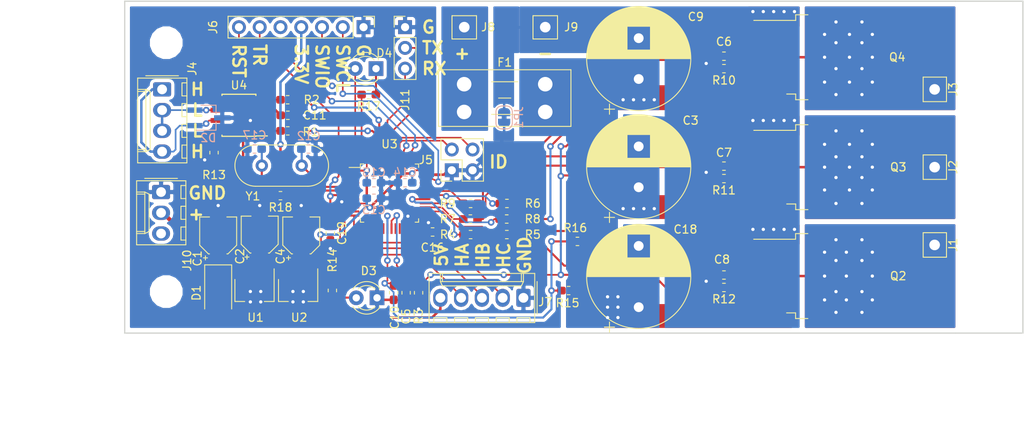
<source format=kicad_pcb>
(kicad_pcb (version 20171130) (host pcbnew 5.0.2-bee76a0~70~ubuntu18.04.1)
  (layers (0 F.Cu signal) (31 B.Cu signal) (34 B.Paste user) (35 F.Paste user) (36 B.SilkS user) (37 F.SilkS user) (38 B.Mask user) (39 F.Mask user) (44 Edge.Cuts user))
  (net 0 "")
  (net 1 +5V)
  (net 2 +36V)
  (net 3 +3V3)
  (net 4 "/H můstky/I_SENSE")
  (net 5 "Net-(C6-Pad1)")
  (net 6 "Net-(C7-Pad1)")
  (net 7 "Net-(C8-Pad1)")
  (net 8 +9V)
  (net 9 +BATT)
  (net 10 "Net-(Q2-Pad3)")
  (net 11 "Net-(Q2-Pad2)")
  (net 12 "Net-(Q3-Pad2)")
  (net 13 "Net-(Q3-Pad3)")
  (net 14 "Net-(Q4-Pad2)")
  (net 15 "Net-(Q4-Pad3)")
  (net 16 "/H můstky/INH_A")
  (net 17 "/H můstky/IN_A")
  (net 18 "/H můstky/INH_B")
  (net 19 "/H můstky/IN_B")
  (net 20 "/H můstky/INH_C")
  (net 21 GNDS)
  (net 22 GNDPWR)
  (net 23 "Net-(C12-Pad1)")
  (net 24 "Net-(C17-Pad1)")
  (net 25 "Net-(D2-Pad1)")
  (net 26 "Net-(D2-Pad2)")
  (net 27 /interface/CANtx)
  (net 28 "Net-(R1-Pad1)")
  (net 29 "Net-(R2-Pad1)")
  (net 30 /interface/CANrx)
  (net 31 "/procesorová jednotka/INH_C")
  (net 32 "Net-(R13-Pad1)")
  (net 33 "/procesorová jednotka/SYS_SWC")
  (net 34 "/procesorová jednotka/SYS_SWDIO")
  (net 35 "/procesorová jednotka/SYS_TRA")
  (net 36 "/procesorová jednotka/SYS_NRST")
  (net 37 "/procesorová jednotka/HAL_C")
  (net 38 "/procesorová jednotka/HAL_B")
  (net 39 "/procesorová jednotka/HAL_A")
  (net 40 "/procesorová jednotka/CONF_1")
  (net 41 "/procesorová jednotka/CONF_2")
  (net 42 "Net-(D3-Pad2)")
  (net 43 "Net-(D4-Pad1)")
  (net 44 LED_2)
  (net 45 /power/PWR_SENSE)
  (net 46 LED_1)
  (net 47 "/procesorová jednotka/USART_TX")
  (net 48 "/procesorová jednotka/USART_RX")
  (net 49 "/H můstky/OUT_A")
  (net 50 "/H můstky/OUT_B")
  (net 51 "/H můstky/OUT_C")
  (net 52 /power/pwrs_in)
  (net 53 "Net-(R18-Pad1)")
  (module Package_SO:SOIC-8_3.9x4.9mm_P1.27mm (layer F.Cu) (at 128.27 100.33 180)
    (fp_text reference U4 (at 0 3.683 180) (layer F.SilkS))
    (fp_text value MCP2551-I-SN)
    (pad 1 smd rect (at -2.7 -1.905 180) (size 1.55 0.6) (layers F.Cu F.Paste F.Mask) (net 28 "Net-(R1-Pad1)"))
    (pad 2 smd rect (at -2.7 -0.635 180) (size 1.55 0.6) (layers F.Cu F.Paste F.Mask) (net 21 GNDS))
    (pad 3 smd rect (at -2.7 0.635 180) (size 1.55 0.6) (layers F.Cu F.Paste F.Mask) (net 1 +5V))
    (pad 4 smd rect (at -2.7 1.905 180) (size 1.55 0.6) (layers F.Cu F.Paste F.Mask) (net 29 "Net-(R2-Pad1)"))
    (pad 5 smd rect (at 2.7 1.905 180) (size 1.55 0.6) (layers F.Cu F.Paste F.Mask))
    (pad 6 smd rect (at 2.7 0.635 180) (size 1.55 0.6) (layers F.Cu F.Paste F.Mask) (net 26 "Net-(D2-Pad2)"))
    (pad 7 smd rect (at 2.7 -0.635 180) (size 1.55 0.6) (layers F.Cu F.Paste F.Mask) (net 25 "Net-(D2-Pad1)"))
    (pad 8 smd rect (at 2.7 -1.905 180) (size 1.55 0.6) (layers F.Cu F.Paste F.Mask) (net 32 "Net-(R13-Pad1)"))
  )
  (module Diode_SMD:D_SMA (layer F.Cu) (at 125.73 122.047 270)
    (fp_text reference D1 (at 0.032 2.667 270) (layer F.SilkS))
    (fp_text value MRA4003T3G)
    (pad 1 smd rect (at -2 0 270) (size 2.5 1.8) (layers F.Cu F.Paste F.Mask) (net 52 /power/pwrs_in))
    (pad 2 smd rect (at 2 0 270) (size 2.5 1.8) (layers F.Cu F.Paste F.Mask) (net 8 +9V))
  )
  (module Fuse:Fuseholder_Blade_Mini_Keystone_3568 (layer F.Cu) (at 155.815 96.52)
    (fp_text reference F1 (at 4.96 -2.67) (layer F.SilkS))
    (fp_text value 20A)
    (pad 1 thru_hole circle (at 0 0) (size 2.78 2.78) (drill 1.78) (layers *.Cu *.Mask) (net 9 +BATT))
    (pad 1 thru_hole circle (at 0 3.4) (size 2.78 2.78) (drill 1.78) (layers *.Cu *.Mask) (net 9 +BATT))
    (pad 2 thru_hole circle (at 9.92 0) (size 2.78 2.78) (drill 1.78) (layers *.Cu *.Mask) (net 2 +36V))
    (pad 2 thru_hole circle (at 9.92 3.4) (size 2.78 2.78) (drill 1.78) (layers *.Cu *.Mask) (net 2 +36V))
  )
  (module Connector_Pin:Pin_D1.4mm_L8.5mm_W2.8mm_FlatFork (layer F.Cu) (at 213.36 116.205 90)
    (fp_text reference J1 (at 0 2.25 90) (layer F.SilkS))
    (fp_text value "Phase A")
    (pad 1 thru_hole circle (at 0 0 90) (size 2.6 2.6) (drill 1.3) (layers *.Cu *.Mask) (net 49 "/H můstky/OUT_A"))
  )
  (module Connector_Pin:Pin_D1.4mm_L8.5mm_W2.8mm_FlatFork (layer F.Cu) (at 213.36 106.68 90)
    (fp_text reference J2 (at 0 2.25 90) (layer F.SilkS))
    (fp_text value "Phase B")
    (pad 1 thru_hole circle (at 0 0 90) (size 2.6 2.6) (drill 1.3) (layers *.Cu *.Mask) (net 50 "/H můstky/OUT_B"))
  )
  (module Connector_Pin:Pin_D1.4mm_L8.5mm_W2.8mm_FlatFork (layer F.Cu) (at 213.36 97.155 90)
    (fp_text reference J3 (at 0 2.25 90) (layer F.SilkS))
    (fp_text value "Phase C")
    (pad 1 thru_hole circle (at 0 0 90) (size 2.6 2.6) (drill 1.3) (layers *.Cu *.Mask) (net 51 "/H můstky/OUT_C"))
  )
  (module Jumper:SolderJumper-2_P1.3mm_Bridged_RoundedPad1.0x1.5mm (layer B.Cu) (at 160.7058 100.5944 90)
    (fp_text reference JP1 (at 0 1.8 90) (layer B.SilkS) (effects (justify mirror)))
    (fp_text value Jumper_NC_Small)
    (pad 1 smd custom (at -0.65 0 90) (size 1 0.5) (layers B.Cu B.Mask) (net 21 GNDS) (options (clearance outline) (anchor rect)) (primitives (gr_circle (center 0 -0.25) (end 0.5 -0.25) (width 0)) (gr_circle (center 0 0.25) (end 0.5 0.25) (width 0)) (gr_poly (pts (xy 0 0.75) (xy 0.5 0.75) (xy 0.5 -0.75) (xy 0 -0.75)) (width 0)) (gr_poly (pts (xy 0.9 0.3) (xy 0.4 0.3) (xy 0.4 -0.3) (xy 0.9 -0.3)) (width 0))))
    (pad 2 smd custom (at 0.65 0 90) (size 1 0.5) (layers B.Cu B.Mask) (net 22 GNDPWR) (options (clearance outline) (anchor rect)) (primitives (gr_circle (center 0 -0.25) (end 0.5 -0.25) (width 0)) (gr_circle (center 0 0.25) (end 0.5 0.25) (width 0)) (gr_poly (pts (xy 0 0.75) (xy -0.5 0.75) (xy -0.5 -0.75) (xy 0 -0.75)) (width 0))))
  )
  (module Package_TO_SOT_SMD:TO-263-7_TabPin8 (layer F.Cu) (at 199.305 120.015)
    (fp_text reference Q2 (at 9.598 0) (layer F.SilkS))
    (fp_text value BTN8982TA)
    (pad 8 smd rect (at 3.375 0) (size 9.4 10.8) (layers F.Cu F.Mask) (net 49 "/H můstky/OUT_A"))
    (pad 7 smd rect (at -5.775 3.81) (size 4.6 0.8) (layers F.Cu F.Paste F.Mask) (net 2 +36V))
    (pad 6 smd rect (at -5.775 2.54) (size 4.6 0.8) (layers F.Cu F.Paste F.Mask) (net 4 "/H můstky/I_SENSE"))
    (pad 5 smd rect (at -5.775 1.27) (size 4.6 0.8) (layers F.Cu F.Paste F.Mask) (net 7 "Net-(C8-Pad1)"))
    (pad 4 smd rect (at -5.775 0) (size 4.6 0.8) (layers F.Cu F.Paste F.Mask) (net 49 "/H můstky/OUT_A"))
    (pad 3 smd rect (at -5.775 -1.27) (size 4.6 0.8) (layers F.Cu F.Paste F.Mask) (net 10 "Net-(Q2-Pad3)"))
    (pad 2 smd rect (at -5.775 -2.54) (size 4.6 0.8) (layers F.Cu F.Paste F.Mask) (net 11 "Net-(Q2-Pad2)"))
    (pad 1 smd rect (at -5.775 -3.81) (size 4.6 0.8) (layers F.Cu F.Paste F.Mask) (net 22 GNDPWR))
  )
  (module Package_TO_SOT_SMD:TO-263-7_TabPin8 (layer F.Cu) (at 199.317 106.68)
    (fp_text reference Q3 (at 9.598 0) (layer F.SilkS))
    (fp_text value BTN8982TA)
    (pad 1 smd rect (at -5.775 -3.81) (size 4.6 0.8) (layers F.Cu F.Paste F.Mask) (net 22 GNDPWR))
    (pad 2 smd rect (at -5.775 -2.54) (size 4.6 0.8) (layers F.Cu F.Paste F.Mask) (net 12 "Net-(Q3-Pad2)"))
    (pad 3 smd rect (at -5.775 -1.27) (size 4.6 0.8) (layers F.Cu F.Paste F.Mask) (net 13 "Net-(Q3-Pad3)"))
    (pad 4 smd rect (at -5.775 0) (size 4.6 0.8) (layers F.Cu F.Paste F.Mask) (net 50 "/H můstky/OUT_B"))
    (pad 5 smd rect (at -5.775 1.27) (size 4.6 0.8) (layers F.Cu F.Paste F.Mask) (net 6 "Net-(C7-Pad1)"))
    (pad 6 smd rect (at -5.775 2.54) (size 4.6 0.8) (layers F.Cu F.Paste F.Mask) (net 4 "/H můstky/I_SENSE"))
    (pad 7 smd rect (at -5.775 3.81) (size 4.6 0.8) (layers F.Cu F.Paste F.Mask) (net 2 +36V))
    (pad 8 smd rect (at 3.375 0) (size 9.4 10.8) (layers F.Cu F.Mask) (net 50 "/H můstky/OUT_B"))
  )
  (module Package_TO_SOT_SMD:TO-263-7_TabPin8 (layer F.Cu) (at 199.317 93.218)
    (fp_text reference Q4 (at 9.471 0) (layer F.SilkS))
    (fp_text value BTN8982TA)
    (pad 1 smd rect (at -5.775 -3.81) (size 4.6 0.8) (layers F.Cu F.Paste F.Mask) (net 22 GNDPWR))
    (pad 2 smd rect (at -5.775 -2.54) (size 4.6 0.8) (layers F.Cu F.Paste F.Mask) (net 14 "Net-(Q4-Pad2)"))
    (pad 3 smd rect (at -5.775 -1.27) (size 4.6 0.8) (layers F.Cu F.Paste F.Mask) (net 15 "Net-(Q4-Pad3)"))
    (pad 4 smd rect (at -5.775 0) (size 4.6 0.8) (layers F.Cu F.Paste F.Mask) (net 51 "/H můstky/OUT_C"))
    (pad 5 smd rect (at -5.775 1.27) (size 4.6 0.8) (layers F.Cu F.Paste F.Mask) (net 5 "Net-(C6-Pad1)"))
    (pad 6 smd rect (at -5.775 2.54) (size 4.6 0.8) (layers F.Cu F.Paste F.Mask) (net 4 "/H můstky/I_SENSE"))
    (pad 7 smd rect (at -5.775 3.81) (size 4.6 0.8) (layers F.Cu F.Paste F.Mask) (net 2 +36V))
    (pad 8 smd rect (at 3.375 0) (size 9.4 10.8) (layers F.Cu F.Mask) (net 51 "/H můstky/OUT_C"))
  )
  (module Package_TO_SOT_SMD:SOT-89-3 (layer F.Cu) (at 130.175 121.3485 270)
    (fp_text reference U1 (at 3.7465 -0.127) (layer F.SilkS))
    (fp_text value L78L05_SOT89)
    (pad 2 smd trapezoid (at 2.667 0 180) (size 1.6 0.85) (rect_delta 0 0.6) (layers F.Cu F.Paste F.Mask) (net 21 GNDS))
    (pad 1 smd rect (at -1.48 -1.5 180) (size 1 1.5) (layers F.Cu F.Paste F.Mask) (net 1 +5V))
    (pad 2 smd rect (at -1.3335 0 180) (size 1 1.8) (layers F.Cu F.Paste F.Mask) (net 21 GNDS))
    (pad 3 smd rect (at -1.48 1.5 180) (size 1 1.5) (layers F.Cu F.Paste F.Mask) (net 52 /power/pwrs_in))
    (pad 2 smd rect (at 1.3335 0 180) (size 2.2 1.84) (layers F.Cu F.Paste F.Mask) (net 21 GNDS))
    (pad 2 smd trapezoid (at -0.0762 0) (size 1.5 1) (rect_delta 0 0.7) (layers F.Cu F.Paste F.Mask) (net 21 GNDS))
  )
  (module Package_TO_SOT_SMD:SOT-89-3 (layer F.Cu) (at 135.509 121.3485 270)
    (fp_text reference U2 (at 3.7465 -0.127) (layer F.SilkS))
    (fp_text value L78L33_SOT89)
    (pad 2 smd trapezoid (at -0.0762 0) (size 1.5 1) (rect_delta 0 0.7) (layers F.Cu F.Paste F.Mask) (net 21 GNDS))
    (pad 2 smd rect (at 1.3335 0 180) (size 2.2 1.84) (layers F.Cu F.Paste F.Mask) (net 21 GNDS))
    (pad 3 smd rect (at -1.48 1.5 180) (size 1 1.5) (layers F.Cu F.Paste F.Mask) (net 1 +5V))
    (pad 2 smd rect (at -1.3335 0 180) (size 1 1.8) (layers F.Cu F.Paste F.Mask) (net 21 GNDS))
    (pad 1 smd rect (at -1.48 -1.5 180) (size 1 1.5) (layers F.Cu F.Paste F.Mask) (net 3 +3V3))
    (pad 2 smd trapezoid (at 2.667 0 180) (size 1.6 0.85) (rect_delta 0 0.6) (layers F.Cu F.Paste F.Mask) (net 21 GNDS))
  )
  (module Package_QFP:LQFP-48_7x7mm_P0.5mm (layer F.Cu) (at 146.685 109.855)
    (fp_text reference U3 (at 0 -6) (layer F.SilkS))
    (fp_text value STM32F103C8Tx)
    (pad 48 smd rect (at -2.75 -4.35 90) (size 1.3 0.25) (layers F.Cu F.Paste F.Mask) (net 3 +3V3))
    (pad 47 smd rect (at -2.25 -4.35 90) (size 1.3 0.25) (layers F.Cu F.Paste F.Mask) (net 21 GNDS))
    (pad 46 smd rect (at -1.75 -4.35 90) (size 1.3 0.25) (layers F.Cu F.Paste F.Mask) (net 27 /interface/CANtx))
    (pad 45 smd rect (at -1.25 -4.35 90) (size 1.3 0.25) (layers F.Cu F.Paste F.Mask) (net 30 /interface/CANrx))
    (pad 44 smd rect (at -0.75 -4.35 90) (size 1.3 0.25) (layers F.Cu F.Paste F.Mask) (net 21 GNDS))
    (pad 43 smd rect (at -0.25 -4.35 90) (size 1.3 0.25) (layers F.Cu F.Paste F.Mask) (net 48 "/procesorová jednotka/USART_RX"))
    (pad 42 smd rect (at 0.25 -4.35 90) (size 1.3 0.25) (layers F.Cu F.Paste F.Mask) (net 47 "/procesorová jednotka/USART_TX"))
    (pad 41 smd rect (at 0.75 -4.35 90) (size 1.3 0.25) (layers F.Cu F.Paste F.Mask) (net 41 "/procesorová jednotka/CONF_2"))
    (pad 40 smd rect (at 1.25 -4.35 90) (size 1.3 0.25) (layers F.Cu F.Paste F.Mask) (net 40 "/procesorová jednotka/CONF_1"))
    (pad 39 smd rect (at 1.75 -4.35 90) (size 1.3 0.25) (layers F.Cu F.Paste F.Mask) (net 35 "/procesorová jednotka/SYS_TRA"))
    (pad 38 smd rect (at 2.25 -4.35 90) (size 1.3 0.25) (layers F.Cu F.Paste F.Mask))
    (pad 37 smd rect (at 2.75 -4.35 90) (size 1.3 0.25) (layers F.Cu F.Paste F.Mask) (net 33 "/procesorová jednotka/SYS_SWC"))
    (pad 36 smd rect (at 4.35 -2.75) (size 1.3 0.25) (layers F.Cu F.Paste F.Mask) (net 3 +3V3))
    (pad 35 smd rect (at 4.35 -2.25) (size 1.3 0.25) (layers F.Cu F.Paste F.Mask) (net 21 GNDS))
    (pad 34 smd rect (at 4.35 -1.75) (size 1.3 0.25) (layers F.Cu F.Paste F.Mask) (net 34 "/procesorová jednotka/SYS_SWDIO"))
    (pad 33 smd rect (at 4.35 -1.25) (size 1.3 0.25) (layers F.Cu F.Paste F.Mask))
    (pad 32 smd rect (at 4.35 -0.75) (size 1.3 0.25) (layers F.Cu F.Paste F.Mask))
    (pad 31 smd rect (at 4.35 -0.25) (size 1.3 0.25) (layers F.Cu F.Paste F.Mask) (net 31 "/procesorová jednotka/INH_C"))
    (pad 30 smd rect (at 4.35 0.25) (size 1.3 0.25) (layers F.Cu F.Paste F.Mask) (net 18 "/H můstky/INH_B"))
    (pad 29 smd rect (at 4.35 0.75) (size 1.3 0.25) (layers F.Cu F.Paste F.Mask) (net 16 "/H můstky/INH_A"))
    (pad 28 smd rect (at 4.35 1.25) (size 1.3 0.25) (layers F.Cu F.Paste F.Mask) (net 20 "/H můstky/INH_C"))
    (pad 27 smd rect (at 4.35 1.75) (size 1.3 0.25) (layers F.Cu F.Paste F.Mask) (net 19 "/H můstky/IN_B"))
    (pad 26 smd rect (at 4.35 2.25) (size 1.3 0.25) (layers F.Cu F.Paste F.Mask) (net 17 "/H můstky/IN_A"))
    (pad 25 smd rect (at 4.35 2.75) (size 1.3 0.25) (layers F.Cu F.Paste F.Mask))
    (pad 24 smd rect (at 2.75 4.35 90) (size 1.3 0.25) (layers F.Cu F.Paste F.Mask) (net 3 +3V3))
    (pad 23 smd rect (at 2.25 4.35 90) (size 1.3 0.25) (layers F.Cu F.Paste F.Mask) (net 21 GNDS))
    (pad 22 smd rect (at 1.75 4.35 90) (size 1.3 0.25) (layers F.Cu F.Paste F.Mask))
    (pad 21 smd rect (at 1.25 4.35 90) (size 1.3 0.25) (layers F.Cu F.Paste F.Mask))
    (pad 20 smd rect (at 0.75 4.35 90) (size 1.3 0.25) (layers F.Cu F.Paste F.Mask))
    (pad 19 smd rect (at 0.25 4.35 90) (size 1.3 0.25) (layers F.Cu F.Paste F.Mask) (net 4 "/H můstky/I_SENSE"))
    (pad 18 smd rect (at -0.25 4.35 90) (size 1.3 0.25) (layers F.Cu F.Paste F.Mask) (net 45 /power/PWR_SENSE))
    (pad 17 smd rect (at -0.75 4.35 90) (size 1.3 0.25) (layers F.Cu F.Paste F.Mask))
    (pad 16 smd rect (at -1.25 4.35 90) (size 1.3 0.25) (layers F.Cu F.Paste F.Mask))
    (pad 15 smd rect (at -1.75 4.35 90) (size 1.3 0.25) (layers F.Cu F.Paste F.Mask))
    (pad 14 smd rect (at -2.25 4.35 90) (size 1.3 0.25) (layers F.Cu F.Paste F.Mask))
    (pad 13 smd rect (at -2.75 4.35 90) (size 1.3 0.25) (layers F.Cu F.Paste F.Mask))
    (pad 12 smd rect (at -4.35 2.75) (size 1.3 0.25) (layers F.Cu F.Paste F.Mask) (net 37 "/procesorová jednotka/HAL_C"))
    (pad 11 smd rect (at -4.35 2.25) (size 1.3 0.25) (layers F.Cu F.Paste F.Mask) (net 38 "/procesorová jednotka/HAL_B"))
    (pad 10 smd rect (at -4.35 1.75) (size 1.3 0.25) (layers F.Cu F.Paste F.Mask) (net 39 "/procesorová jednotka/HAL_A"))
    (pad 9 smd rect (at -4.35 1.25) (size 1.3 0.25) (layers F.Cu F.Paste F.Mask) (net 3 +3V3))
    (pad 8 smd rect (at -4.35 0.75) (size 1.3 0.25) (layers F.Cu F.Paste F.Mask) (net 21 GNDS))
    (pad 7 smd rect (at -4.35 0.25) (size 1.3 0.25) (layers F.Cu F.Paste F.Mask) (net 36 "/procesorová jednotka/SYS_NRST"))
    (pad 6 smd rect (at -4.35 -0.25) (size 1.3 0.25) (layers F.Cu F.Paste F.Mask) (net 53 "Net-(R18-Pad1)"))
    (pad 5 smd rect (at -4.35 -0.75) (size 1.3 0.25) (layers F.Cu F.Paste F.Mask) (net 23 "Net-(C12-Pad1)"))
    (pad 4 smd rect (at -4.35 -1.25) (size 1.3 0.25) (layers F.Cu F.Paste F.Mask))
    (pad 3 smd rect (at -4.35 -1.75) (size 1.3 0.25) (layers F.Cu F.Paste F.Mask) (net 44 LED_2))
    (pad 2 smd rect (at -4.35 -2.25) (size 1.3 0.25) (layers F.Cu F.Paste F.Mask) (net 46 LED_1))
    (pad 1 smd rect (at -4.35 -2.75) (size 1.3 0.25) (layers F.Cu F.Paste F.Mask) (net 3 +3V3))
  )
  (module Crystal:Crystal_HC49-4H_Vertical (layer F.Cu) (at 135.944 106.4895 180)
    (fp_text reference Y1 (at 5.9595 -3.7465 180) (layer F.SilkS))
    (fp_text value 8MHz)
    (pad 1 thru_hole circle (at 0 0 180) (size 1.5 1.5) (drill 0.8) (layers *.Cu *.Mask) (net 23 "Net-(C12-Pad1)"))
    (pad 2 thru_hole circle (at 4.88 0 180) (size 1.5 1.5) (drill 0.8) (layers *.Cu *.Mask) (net 24 "Net-(C17-Pad1)"))
  )
  (module Package_TO_SOT_SMD:TSOT-23_HandSoldering (layer B.Cu) (at 124.519 100.645)
    (fp_text reference D2 (at 0 2.45) (layer B.SilkS) (effects (justify mirror)))
    (fp_text value PESD1CAN)
    (pad 1 smd rect (at -1.71 0.95) (size 2 0.65) (layers B.Cu B.Paste B.Mask) (net 25 "Net-(D2-Pad1)"))
    (pad 2 smd rect (at -1.71 -0.95) (size 2 0.65) (layers B.Cu B.Paste B.Mask) (net 26 "Net-(D2-Pad2)"))
    (pad 3 smd rect (at 1.71 0) (size 2 0.65) (layers B.Cu B.Paste B.Mask) (net 21 GNDS))
  )
  (module Capacitor_SMD:C_0603_1608Metric_Pad1.05x0.95mm_HandSolder (layer F.Cu) (at 148.717 122.061 270)
    (fp_text reference C5 (at 2.907 0 90) (layer F.SilkS))
    (fp_text value 1nF)
    (pad 2 smd roundrect (at 0.875 0 270) (size 1.05 0.95) (layers F.Cu F.Paste F.Mask) (net 21 GNDS))
    (pad 1 smd roundrect (at -0.875 0 270) (size 1.05 0.95) (layers F.Cu F.Paste F.Mask) (net 4 "/H můstky/I_SENSE"))
  )
  (module Capacitor_SMD:C_0603_1608Metric_Pad1.05x0.95mm_HandSolder (layer F.Cu) (at 134.253 100.33)
    (fp_text reference C11 (at 3.288 0) (layer F.SilkS))
    (fp_text value 100nF)
    (pad 1 smd roundrect (at -0.875 0) (size 1.05 0.95) (layers F.Cu F.Paste F.Mask) (net 1 +5V))
    (pad 2 smd roundrect (at 0.875 0) (size 1.05 0.95) (layers F.Cu F.Paste F.Mask) (net 21 GNDS))
  )
  (module Capacitor_SMD:C_0603_1608Metric_Pad1.05x0.95mm_HandSolder (layer B.Cu) (at 136.779 104.4575)
    (fp_text reference C12 (at 0.0254 -1.5875) (layer B.SilkS) (effects (justify mirror)))
    (fp_text value 15pF)
    (pad 2 smd roundrect (at 0.875 0) (size 1.05 0.95) (layers B.Cu B.Paste B.Mask) (net 21 GNDS))
    (pad 1 smd roundrect (at -0.875 0) (size 1.05 0.95) (layers B.Cu B.Paste B.Mask) (net 23 "Net-(C12-Pad1)"))
  )
  (module Capacitor_SMD:C_0603_1608Metric_Pad1.05x0.95mm_HandSolder (layer B.Cu) (at 144.78 110.49)
    (fp_text reference C13 (at 0 1.43) (layer B.SilkS) (effects (justify mirror)))
    (fp_text value 100nF)
    (pad 2 smd roundrect (at 0.875 0) (size 1.05 0.95) (layers B.Cu B.Paste B.Mask) (net 21 GNDS))
    (pad 1 smd roundrect (at -0.875 0) (size 1.05 0.95) (layers B.Cu B.Paste B.Mask) (net 3 +3V3))
  )
  (module Capacitor_SMD:C_0603_1608Metric_Pad1.05x0.95mm_HandSolder (layer B.Cu) (at 148.59 108.585 180)
    (fp_text reference C14 (at 0 1.27 180) (layer B.SilkS) (effects (justify mirror)))
    (fp_text value 100nF)
    (pad 1 smd roundrect (at -0.875 0 180) (size 1.05 0.95) (layers B.Cu B.Paste B.Mask) (net 3 +3V3))
    (pad 2 smd roundrect (at 0.875 0 180) (size 1.05 0.95) (layers B.Cu B.Paste B.Mask) (net 21 GNDS))
  )
  (module Capacitor_SMD:C_0603_1608Metric_Pad1.05x0.95mm_HandSolder (layer B.Cu) (at 144.78 108.585)
    (fp_text reference C15 (at 0 -1.27 180) (layer B.SilkS) (effects (justify mirror)))
    (fp_text value 100nF)
    (pad 1 smd roundrect (at -0.875 0) (size 1.05 0.95) (layers B.Cu B.Paste B.Mask) (net 3 +3V3))
    (pad 2 smd roundrect (at 0.875 0) (size 1.05 0.95) (layers B.Cu B.Paste B.Mask) (net 21 GNDS))
  )
  (module Capacitor_SMD:C_0603_1608Metric_Pad1.05x0.95mm_HandSolder (layer F.Cu) (at 151.9555 114.6175)
    (fp_text reference C16 (at 0 1.905) (layer F.SilkS))
    (fp_text value 100nF)
    (pad 1 smd roundrect (at -0.875 0) (size 1.05 0.95) (layers F.Cu F.Paste F.Mask) (net 3 +3V3))
    (pad 2 smd roundrect (at 0.875 0) (size 1.05 0.95) (layers F.Cu F.Paste F.Mask) (net 21 GNDS))
  )
  (module Capacitor_SMD:C_0603_1608Metric_Pad1.05x0.95mm_HandSolder (layer B.Cu) (at 130.175 104.4575 180)
    (fp_text reference C17 (at 0 1.6891 180) (layer B.SilkS) (effects (justify mirror)))
    (fp_text value 15pF)
    (pad 2 smd roundrect (at 0.875 0 180) (size 1.05 0.95) (layers B.Cu B.Paste B.Mask) (net 21 GNDS))
    (pad 1 smd roundrect (at -0.875 0 180) (size 1.05 0.95) (layers B.Cu B.Paste B.Mask) (net 24 "Net-(C17-Pad1)"))
  )
  (module Resistor_SMD:R_0603_1608Metric_Pad1.05x0.95mm_HandSolder (layer F.Cu) (at 134.239 102.235)
    (fp_text reference R1 (at 2.794 0.127) (layer F.SilkS))
    (fp_text value 1k)
    (pad 1 smd roundrect (at -0.875 0) (size 1.05 0.95) (layers F.Cu F.Paste F.Mask) (net 28 "Net-(R1-Pad1)"))
    (pad 2 smd roundrect (at 0.875 0) (size 1.05 0.95) (layers F.Cu F.Paste F.Mask) (net 27 /interface/CANtx))
  )
  (module Resistor_SMD:R_0603_1608Metric_Pad1.05x0.95mm_HandSolder (layer F.Cu) (at 134.225 98.425)
    (fp_text reference R2 (at 2.935 0) (layer F.SilkS))
    (fp_text value 1k)
    (pad 2 smd roundrect (at 0.875 0) (size 1.05 0.95) (layers F.Cu F.Paste F.Mask) (net 30 /interface/CANrx))
    (pad 1 smd roundrect (at -0.875 0) (size 1.05 0.95) (layers F.Cu F.Paste F.Mask) (net 29 "Net-(R2-Pad1)"))
  )
  (module Resistor_SMD:R_0603_1608Metric_Pad1.05x0.95mm_HandSolder (layer F.Cu) (at 150.241 122.061 270)
    (fp_text reference R3 (at 2.907 0 270) (layer F.SilkS))
    (fp_text value 1k)
    (pad 1 smd roundrect (at -0.875 0 270) (size 1.05 0.95) (layers F.Cu F.Paste F.Mask) (net 4 "/H můstky/I_SENSE"))
    (pad 2 smd roundrect (at 0.875 0 270) (size 1.05 0.95) (layers F.Cu F.Paste F.Mask) (net 21 GNDS))
  )
  (module Resistor_SMD:R_0603_1608Metric_Pad1.05x0.95mm_HandSolder (layer F.Cu) (at 156.605 114.935 180)
    (fp_text reference R4 (at 2.78 0 180) (layer F.SilkS))
    (fp_text value 10k)
    (pad 2 smd roundrect (at 0.875 0 180) (size 1.05 0.95) (layers F.Cu F.Paste F.Mask) (net 16 "/H můstky/INH_A"))
    (pad 1 smd roundrect (at -0.875 0 180) (size 1.05 0.95) (layers F.Cu F.Paste F.Mask) (net 10 "Net-(Q2-Pad3)"))
  )
  (module Resistor_SMD:R_0603_1608Metric_Pad1.05x0.95mm_HandSolder (layer F.Cu) (at 161.036 114.935)
    (fp_text reference R5 (at 3.175 0) (layer F.SilkS))
    (fp_text value 10k)
    (pad 1 smd roundrect (at -0.875 0) (size 1.05 0.95) (layers F.Cu F.Paste F.Mask) (net 17 "/H můstky/IN_A"))
    (pad 2 smd roundrect (at 0.875 0) (size 1.05 0.95) (layers F.Cu F.Paste F.Mask) (net 11 "Net-(Q2-Pad2)"))
  )
  (module Resistor_SMD:R_0603_1608Metric_Pad1.05x0.95mm_HandSolder (layer F.Cu) (at 161.05 111.125 180)
    (fp_text reference R6 (at -3.161 0 180) (layer F.SilkS))
    (fp_text value 10k)
    (pad 1 smd roundrect (at -0.875 0 180) (size 1.05 0.95) (layers F.Cu F.Paste F.Mask) (net 13 "Net-(Q3-Pad3)"))
    (pad 2 smd roundrect (at 0.875 0 180) (size 1.05 0.95) (layers F.Cu F.Paste F.Mask) (net 18 "/H můstky/INH_B"))
  )
  (module Resistor_SMD:R_0603_1608Metric_Pad1.05x0.95mm_HandSolder (layer F.Cu) (at 156.577 113.03)
    (fp_text reference R7 (at -2.78 0) (layer F.SilkS))
    (fp_text value 10k)
    (pad 2 smd roundrect (at 0.875 0) (size 1.05 0.95) (layers F.Cu F.Paste F.Mask) (net 12 "Net-(Q3-Pad2)"))
    (pad 1 smd roundrect (at -0.875 0) (size 1.05 0.95) (layers F.Cu F.Paste F.Mask) (net 19 "/H můstky/IN_B"))
  )
  (module Resistor_SMD:R_0603_1608Metric_Pad1.05x0.95mm_HandSolder (layer F.Cu) (at 161.022 113.03 180)
    (fp_text reference R8 (at -3.175 0 180) (layer F.SilkS))
    (fp_text value 10k)
    (pad 2 smd roundrect (at 0.875 0 180) (size 1.05 0.95) (layers F.Cu F.Paste F.Mask) (net 20 "/H můstky/INH_C"))
    (pad 1 smd roundrect (at -0.875 0 180) (size 1.05 0.95) (layers F.Cu F.Paste F.Mask) (net 15 "Net-(Q4-Pad3)"))
  )
  (module Resistor_SMD:R_0603_1608Metric_Pad1.05x0.95mm_HandSolder (layer F.Cu) (at 156.605 111.125)
    (fp_text reference R9 (at -2.808 0) (layer F.SilkS))
    (fp_text value 10k)
    (pad 1 smd roundrect (at -0.875 0) (size 1.05 0.95) (layers F.Cu F.Paste F.Mask) (net 31 "/procesorová jednotka/INH_C"))
    (pad 2 smd roundrect (at 0.875 0) (size 1.05 0.95) (layers F.Cu F.Paste F.Mask) (net 14 "Net-(Q4-Pad2)"))
  )
  (module Resistor_SMD:R_0603_1608Metric_Pad1.05x0.95mm_HandSolder (layer F.Cu) (at 125.222 104.902 270)
    (fp_text reference R13 (at 2.7305 0) (layer F.SilkS))
    (fp_text value 10k)
    (pad 2 smd roundrect (at 0.875 0 270) (size 1.05 0.95) (layers F.Cu F.Paste F.Mask) (net 21 GNDS))
    (pad 1 smd roundrect (at -0.875 0 270) (size 1.05 0.95) (layers F.Cu F.Paste F.Mask) (net 32 "Net-(R13-Pad1)"))
  )
  (module Capacitor_SMD:CP_Elec_4x5.4 (layer F.Cu) (at 125.73 115.04 90)
    (fp_text reference C1 (at -2.816 -2.54 90) (layer F.SilkS))
    (fp_text value 10uF)
    (pad 1 smd roundrect (at -1.8 0 90) (size 2.6 1.6) (layers F.Cu F.Paste F.Mask) (roundrect_rratio 0.15625) (net 52 /power/pwrs_in))
    (pad 2 smd roundrect (at 1.8 0 90) (size 2.6 1.6) (layers F.Cu F.Paste F.Mask) (roundrect_rratio 0.15625) (net 21 GNDS))
  )
  (module Capacitor_SMD:CP_Elec_4x5.4 (layer F.Cu) (at 130.81 114.935 90)
    (fp_text reference C2 (at -2.667 -2.413 90) (layer F.SilkS))
    (fp_text value 10uF)
    (pad 1 smd roundrect (at -1.8 0 90) (size 2.6 1.6) (layers F.Cu F.Paste F.Mask) (roundrect_rratio 0.15625) (net 1 +5V))
    (pad 2 smd roundrect (at 1.8 0 90) (size 2.6 1.6) (layers F.Cu F.Paste F.Mask) (roundrect_rratio 0.15625) (net 21 GNDS))
  )
  (module Capacitor_SMD:CP_Elec_4x5.4 (layer F.Cu) (at 135.89 115.04 90)
    (fp_text reference C4 (at -2.562 -2.54 90) (layer F.SilkS))
    (fp_text value 0.1uF)
    (pad 2 smd roundrect (at 1.8 0 90) (size 2.6 1.6) (layers F.Cu F.Paste F.Mask) (roundrect_rratio 0.15625) (net 21 GNDS))
    (pad 1 smd roundrect (at -1.8 0 90) (size 2.6 1.6) (layers F.Cu F.Paste F.Mask) (roundrect_rratio 0.15625) (net 3 +3V3))
  )
  (module Connector_PinHeader_2.54mm:PinHeader_1x07_P2.54mm_Vertical (layer F.Cu) (at 143.51 89.535 270)
    (fp_text reference J6 (at 0 18.415 270) (layer F.SilkS))
    (fp_text value ST_LINK)
    (pad 1 thru_hole rect (at 0 0 270) (size 1.7 1.7) (drill 1) (layers *.Cu *.Mask) (net 21 GNDS))
    (pad 2 thru_hole oval (at 0 2.54 270) (size 1.7 1.7) (drill 1) (layers *.Cu *.Mask) (net 33 "/procesorová jednotka/SYS_SWC"))
    (pad 3 thru_hole oval (at 0 5.08 270) (size 1.7 1.7) (drill 1) (layers *.Cu *.Mask) (net 34 "/procesorová jednotka/SYS_SWDIO"))
    (pad 4 thru_hole oval (at 0 7.62 270) (size 1.7 1.7) (drill 1) (layers *.Cu *.Mask) (net 3 +3V3))
    (pad 5 thru_hole oval (at 0 10.16 270) (size 1.7 1.7) (drill 1) (layers *.Cu *.Mask))
    (pad 6 thru_hole oval (at 0 12.7 270) (size 1.7 1.7) (drill 1) (layers *.Cu *.Mask) (net 35 "/procesorová jednotka/SYS_TRA"))
    (pad 7 thru_hole oval (at 0 15.24 270) (size 1.7 1.7) (drill 1) (layers *.Cu *.Mask) (net 36 "/procesorová jednotka/SYS_NRST"))
  )
  (module Connector_PinHeader_2.54mm:PinHeader_2x02_P2.54mm_Vertical (layer F.Cu) (at 154.305 107.061 90)
    (fp_text reference J5 (at 1.27 -3.175 -180) (layer F.SilkS))
    (fp_text value IdSelect)
    (pad 1 thru_hole rect (at 0 0 90) (size 1.7 1.7) (drill 1) (layers *.Cu *.Mask) (net 21 GNDS))
    (pad 2 thru_hole oval (at 2.54 0 90) (size 1.7 1.7) (drill 1) (layers *.Cu *.Mask) (net 40 "/procesorová jednotka/CONF_1"))
    (pad 3 thru_hole oval (at 0 2.54 90) (size 1.7 1.7) (drill 1) (layers *.Cu *.Mask) (net 21 GNDS))
    (pad 4 thru_hole oval (at 2.54 2.54 90) (size 1.7 1.7) (drill 1) (layers *.Cu *.Mask) (net 41 "/procesorová jednotka/CONF_2"))
  )
  (module Connector_Pin:Pin_D1.4mm_L8.5mm_W2.8mm_FlatFork (layer F.Cu) (at 155.829 89.535)
    (fp_text reference J8 (at 2.921 0) (layer F.SilkS))
    (fp_text value Vbat)
    (pad 1 thru_hole circle (at 0 0) (size 2.6 2.6) (drill 1.3) (layers *.Cu *.Mask) (net 9 +BATT))
  )
  (module Connector_Pin:Pin_D1.4mm_L8.5mm_W2.8mm_FlatFork (layer F.Cu) (at 165.735 89.535)
    (fp_text reference J9 (at 3.175 0) (layer F.SilkS))
    (fp_text value GND)
    (pad 1 thru_hole circle (at 0 0) (size 2.6 2.6) (drill 1.3) (layers *.Cu *.Mask) (net 22 GNDPWR))
  )
  (module Capacitor_THT:CP_Radial_D12.5mm_P7.50mm (layer F.Cu) (at 177.165 123.825 90)
    (fp_text reference C18 (at 9.525 5.715 180) (layer F.SilkS))
    (fp_text value 470uF)
    (pad 1 thru_hole rect (at 0 0 90) (size 2.4 2.4) (drill 1.2) (layers *.Cu *.Mask) (net 2 +36V))
    (pad 2 thru_hole circle (at 7.5 0 90) (size 2.4 2.4) (drill 1.2) (layers *.Cu *.Mask) (net 22 GNDPWR))
  )
  (module Capacitor_THT:CP_Radial_D12.5mm_P5.00mm (layer F.Cu) (at 177.165 109.14 90)
    (fp_text reference C3 (at 8.175 6.35) (layer F.SilkS))
    (fp_text value 470uF)
    (pad 2 thru_hole circle (at 5 0 90) (size 2.4 2.4) (drill 1.2) (layers *.Cu *.Mask) (net 22 GNDPWR))
    (pad 1 thru_hole rect (at 0 0 90) (size 2.4 2.4) (drill 1.2) (layers *.Cu *.Mask) (net 2 +36V))
  )
  (module Capacitor_THT:CP_Radial_D12.5mm_P5.00mm (layer F.Cu) (at 177.165 95.885 90)
    (fp_text reference C9 (at 7.62 6.985 180) (layer F.SilkS))
    (fp_text value 470uF)
    (pad 1 thru_hole rect (at 0 0 90) (size 2.4 2.4) (drill 1.2) (layers *.Cu *.Mask) (net 2 +36V))
    (pad 2 thru_hole circle (at 5 0 90) (size 2.4 2.4) (drill 1.2) (layers *.Cu *.Mask) (net 22 GNDPWR))
  )
  (module Capacitor_SMD:C_0603_1608Metric_Pad1.05x0.95mm_HandSolder (layer F.Cu) (at 187.593 93.091 180)
    (fp_text reference C6 (at 0 1.778 180) (layer F.SilkS))
    (fp_text value 100n)
    (pad 1 smd roundrect (at -0.875 0 180) (size 1.05 0.95) (layers F.Cu F.Paste F.Mask) (net 5 "Net-(C6-Pad1)"))
    (pad 2 smd roundrect (at 0.875 0 180) (size 1.05 0.95) (layers F.Cu F.Paste F.Mask) (net 22 GNDPWR))
  )
  (module Capacitor_SMD:C_0603_1608Metric_Pad1.05x0.95mm_HandSolder (layer F.Cu) (at 187.593 106.553 180)
    (fp_text reference C7 (at 0 1.651 180) (layer F.SilkS))
    (fp_text value 100n)
    (pad 2 smd roundrect (at 0.875 0 180) (size 1.05 0.95) (layers F.Cu F.Paste F.Mask) (net 22 GNDPWR))
    (pad 1 smd roundrect (at -0.875 0 180) (size 1.05 0.95) (layers F.Cu F.Paste F.Mask) (net 6 "Net-(C7-Pad1)"))
  )
  (module Capacitor_SMD:C_0603_1608Metric_Pad1.05x0.95mm_HandSolder (layer F.Cu) (at 187.593 119.888 180)
    (fp_text reference C8 (at 0.24 1.905 180) (layer F.SilkS))
    (fp_text value 100n)
    (pad 1 smd roundrect (at -0.875 0 180) (size 1.05 0.95) (layers F.Cu F.Paste F.Mask) (net 7 "Net-(C8-Pad1)"))
    (pad 2 smd roundrect (at 0.875 0 180) (size 1.05 0.95) (layers F.Cu F.Paste F.Mask) (net 22 GNDPWR))
  )
  (module Resistor_SMD:R_0603_1608Metric_Pad1.05x0.95mm_HandSolder (layer F.Cu) (at 187.593 94.615 180)
    (fp_text reference R10 (at 0 -1.43 180) (layer F.SilkS))
    (fp_text value 20R)
    (pad 1 smd roundrect (at -0.875 0 180) (size 1.05 0.95) (layers F.Cu F.Paste F.Mask) (net 5 "Net-(C6-Pad1)"))
    (pad 2 smd roundrect (at 0.875 0 180) (size 1.05 0.95) (layers F.Cu F.Paste F.Mask) (net 22 GNDPWR))
  )
  (module Resistor_SMD:R_0603_1608Metric_Pad1.05x0.95mm_HandSolder (layer F.Cu) (at 187.593 108.077 180)
    (fp_text reference R11 (at 0 -1.43 180) (layer F.SilkS))
    (fp_text value 20R)
    (pad 2 smd roundrect (at 0.875 0 180) (size 1.05 0.95) (layers F.Cu F.Paste F.Mask) (net 22 GNDPWR))
    (pad 1 smd roundrect (at -0.875 0 180) (size 1.05 0.95) (layers F.Cu F.Paste F.Mask) (net 6 "Net-(C7-Pad1)"))
  )
  (module Resistor_SMD:R_0603_1608Metric_Pad1.05x0.95mm_HandSolder (layer F.Cu) (at 187.593 121.412 180)
    (fp_text reference R12 (at 0 -1.43 180) (layer F.SilkS))
    (fp_text value 20R)
    (pad 1 smd roundrect (at -0.875 0 180) (size 1.05 0.95) (layers F.Cu F.Paste F.Mask) (net 7 "Net-(C8-Pad1)"))
    (pad 2 smd roundrect (at 0.875 0 180) (size 1.05 0.95) (layers F.Cu F.Paste F.Mask) (net 22 GNDPWR))
  )
  (module Connector_Molex:Molex_KK-254_AE-6410-04A_1x04_P2.54mm_Vertical (layer F.Cu) (at 118.872 97.155 270)
    (fp_text reference J4 (at -2.54 -3.683 270) (layer F.SilkS))
    (fp_text value CAN)
    (pad 1 thru_hole roundrect (at 0 0 270) (size 1.74 2.2) (drill 1.2) (layers *.Cu *.Mask) (roundrect_rratio 0.143678) (net 25 "Net-(D2-Pad1)"))
    (pad 2 thru_hole oval (at 2.54 0 270) (size 1.74 2.2) (drill 1.2) (layers *.Cu *.Mask) (net 26 "Net-(D2-Pad2)"))
    (pad 3 thru_hole oval (at 5.08 0 270) (size 1.74 2.2) (drill 1.2) (layers *.Cu *.Mask) (net 26 "Net-(D2-Pad2)"))
    (pad 4 thru_hole oval (at 7.62 0 270) (size 1.74 2.2) (drill 1.2) (layers *.Cu *.Mask) (net 25 "Net-(D2-Pad1)"))
  )
  (module Connector_Molex:Molex_KK-254_AE-6410-03A_1x03_P2.54mm_Vertical (layer F.Cu) (at 118.745 109.728 270)
    (fp_text reference J10 (at 8.382 -3.175 270) (layer F.SilkS))
    (fp_text value PWR_D)
    (pad 1 thru_hole roundrect (at 0 0 270) (size 1.74 2.2) (drill 1.2) (layers *.Cu *.Mask) (roundrect_rratio 0.143678) (net 21 GNDS))
    (pad 2 thru_hole oval (at 2.54 0 270) (size 1.74 2.2) (drill 1.2) (layers *.Cu *.Mask) (net 8 +9V))
    (pad 3 thru_hole oval (at 5.08 0 270) (size 1.74 2.2) (drill 1.2) (layers *.Cu *.Mask))
  )
  (module Resistor_SMD:R_0603_1608Metric_Pad1.05x0.95mm_HandSolder (layer F.Cu) (at 139.7 121.779 90)
    (fp_text reference R14 (at 3.669 0 90) (layer F.SilkS))
    (fp_text value 100R)
    (pad 2 smd roundrect (at 0.875 0 90) (size 1.05 0.95) (layers F.Cu F.Paste F.Mask) (net 3 +3V3))
    (pad 1 smd roundrect (at -0.875 0 90) (size 1.05 0.95) (layers F.Cu F.Paste F.Mask) (net 42 "Net-(D3-Pad2)"))
  )
  (module Resistor_SMD:R_0603_1608Metric_Pad1.05x0.95mm_HandSolder (layer F.Cu) (at 168.5912 121.793 180)
    (fp_text reference R15 (at 0.127 -1.524 180) (layer F.SilkS))
    (fp_text value 22k)
    (pad 1 smd roundrect (at -0.875 0 180) (size 1.05 0.95) (layers F.Cu F.Paste F.Mask) (net 2 +36V))
    (pad 2 smd roundrect (at 0.875 0 180) (size 1.05 0.95) (layers F.Cu F.Paste F.Mask) (net 45 /power/PWR_SENSE))
  )
  (module Resistor_SMD:R_0603_1608Metric_Pad1.05x0.95mm_HandSolder (layer F.Cu) (at 169.672 115.7732)
    (fp_text reference R16 (at -0.268 -1.651) (layer F.SilkS))
    (fp_text value 1k1)
    (pad 2 smd roundrect (at 0.875 0) (size 1.05 0.95) (layers F.Cu F.Paste F.Mask) (net 22 GNDPWR))
    (pad 1 smd roundrect (at -0.875 0) (size 1.05 0.95) (layers F.Cu F.Paste F.Mask) (net 45 /power/PWR_SENSE))
  )
  (module Resistor_SMD:R_0603_1608Metric_Pad1.05x0.95mm_HandSolder (layer F.Cu) (at 144.145 97.79 180)
    (fp_text reference R17 (at 0 -1.43 180) (layer F.SilkS))
    (fp_text value 120R)
    (pad 1 smd roundrect (at -0.875 0 180) (size 1.05 0.95) (layers F.Cu F.Paste F.Mask) (net 43 "Net-(D4-Pad1)"))
    (pad 2 smd roundrect (at 0.875 0 180) (size 1.05 0.95) (layers F.Cu F.Paste F.Mask) (net 46 LED_1))
  )
  (module LED_THT:LED_D3.0mm_Clear (layer F.Cu) (at 145.161 122.682 180)
    (fp_text reference D3 (at 1.016 3.302 180) (layer F.SilkS))
    (fp_text value PWR_LED)
    (pad 2 thru_hole circle (at 2.54 0 180) (size 1.8 1.8) (drill 0.9) (layers *.Cu *.Mask) (net 42 "Net-(D3-Pad2)"))
    (pad 1 thru_hole rect (at 0 0 180) (size 1.8 1.8) (drill 0.9) (layers *.Cu *.Mask) (net 21 GNDS))
  )
  (module LED_THT:LED_D3.0mm_Clear (layer F.Cu) (at 145.034 94.615 180)
    (fp_text reference D4 (at -1.016 1.905 180) (layer F.SilkS))
    (fp_text value "Status Led")
    (pad 1 thru_hole rect (at 0 0 180) (size 1.8 1.8) (drill 0.9) (layers *.Cu *.Mask) (net 43 "Net-(D4-Pad1)"))
    (pad 2 thru_hole circle (at 2.54 0 180) (size 1.8 1.8) (drill 0.9) (layers *.Cu *.Mask) (net 44 LED_2))
  )
  (module Capacitor_SMD:C_0603_1608Metric_Pad1.05x0.95mm_HandSolder (layer F.Cu) (at 147.193 122.047 270)
    (fp_text reference C10 (at 3.048 -0.127 270) (layer F.SilkS))
    (fp_text value 100nF)
    (pad 1 smd roundrect (at -0.875 0 270) (size 1.05 0.95) (layers F.Cu F.Paste F.Mask) (net 45 /power/PWR_SENSE))
    (pad 2 smd roundrect (at 0.875 0 270) (size 1.05 0.95) (layers F.Cu F.Paste F.Mask) (net 21 GNDS))
  )
  (module Connector_Molex:Molex_KK-254_AE-6410-05A_1x05_P2.54mm_Vertical (layer F.Cu) (at 163.068 122.682 180)
    (fp_text reference J7 (at -2.667 -0.508 180) (layer F.SilkS))
    (fp_text value Hall)
    (pad 1 thru_hole roundrect (at 0 0 180) (size 1.74 2.2) (drill 1.2) (layers *.Cu *.Mask) (roundrect_rratio 0.143678) (net 21 GNDS))
    (pad 2 thru_hole oval (at 2.54 0 180) (size 1.74 2.2) (drill 1.2) (layers *.Cu *.Mask) (net 37 "/procesorová jednotka/HAL_C"))
    (pad 3 thru_hole oval (at 5.08 0 180) (size 1.74 2.2) (drill 1.2) (layers *.Cu *.Mask) (net 38 "/procesorová jednotka/HAL_B"))
    (pad 4 thru_hole oval (at 7.62 0 180) (size 1.74 2.2) (drill 1.2) (layers *.Cu *.Mask) (net 39 "/procesorová jednotka/HAL_A"))
    (pad 5 thru_hole oval (at 10.16 0 180) (size 1.74 2.2) (drill 1.2) (layers *.Cu *.Mask) (net 1 +5V))
  )
  (module Connector_PinHeader_2.54mm:PinHeader_1x03_P2.54mm_Vertical (layer F.Cu) (at 148.59 89.535)
    (fp_text reference J11 (at 0 8.89 270) (layer F.SilkS))
    (fp_text value USART)
    (pad 1 thru_hole rect (at 0 0) (size 1.7 1.7) (drill 1) (layers *.Cu *.Mask) (net 21 GNDS))
    (pad 2 thru_hole oval (at 0 2.54) (size 1.7 1.7) (drill 1) (layers *.Cu *.Mask) (net 47 "/procesorová jednotka/USART_TX"))
    (pad 3 thru_hole oval (at 0 5.08) (size 1.7 1.7) (drill 1) (layers *.Cu *.Mask) (net 48 "/procesorová jednotka/USART_RX"))
  )
  (module MountingHole:MountingHole_3.2mm_M3_ISO7380 (layer F.Cu) (at 219.71 121.92)
    (fp_text reference H1)
    (fp_text value MountingHole)
    (pad 1 np_thru_hole circle (at 0 0) (size 3.2 3.2) (drill 3.2) (layers *.Cu *.Mask))
  )
  (module MountingHole:MountingHole_3.2mm_M3_ISO7380 (layer F.Cu) (at 219.71 91.44)
    (fp_text reference H2)
    (fp_text value MountingHole)
    (pad 1 np_thru_hole circle (at 0 0) (size 3.2 3.2) (drill 3.2) (layers *.Cu *.Mask))
  )
  (module MountingHole:MountingHole_3.2mm_M3_ISO7380 (layer F.Cu) (at 119.38 121.92)
    (fp_text reference H3)
    (fp_text value MountingHole)
    (pad 1 np_thru_hole circle (at 0 0) (size 3.2 3.2) (drill 3.2) (layers *.Cu *.Mask))
  )
  (module MountingHole:MountingHole_3.2mm_M3_ISO7380 (layer F.Cu) (at 119.38 91.44)
    (fp_text reference H4)
    (fp_text value MountingHole)
    (pad 1 np_thru_hole circle (at 0 0) (size 3.2 3.2) (drill 3.2) (layers *.Cu *.Mask))
  )
  (module Capacitor_SMD:C_0603_1608Metric_Pad1.05x0.95mm_HandSolder (layer F.Cu) (at 139.446 114.7585 270)
    (fp_text reference C19 (at 0 -1.43 270) (layer F.SilkS))
    (fp_text value 100nF)
    (pad 1 smd roundrect (at -0.875 0 270) (size 1.05 0.95) (layers F.Cu F.Paste F.Mask) (net 36 "/procesorová jednotka/SYS_NRST"))
    (pad 2 smd roundrect (at 0.875 0 270) (size 1.05 0.95) (layers F.Cu F.Paste F.Mask) (net 21 GNDS))
  )
  (module Resistor_SMD:R_0603_1608Metric_Pad1.05x0.95mm_HandSolder (layer F.Cu) (at 133.35 110.1725 180)
    (fp_text reference R18 (at 0 -1.43 180) (layer F.SilkS))
    (fp_text value Rx)
    (pad 1 smd roundrect (at -0.875 0 180) (size 1.05 0.95) (layers F.Cu F.Paste F.Mask) (net 53 "Net-(R18-Pad1)"))
    (pad 2 smd roundrect (at 0.875 0 180) (size 1.05 0.95) (layers F.Cu F.Paste F.Mask) (net 24 "Net-(C17-Pad1)"))
  )
  (gr_text HC (at 160.655 117.475 90) (layer F.SilkS) (effects (font (size 1.5 1.5) (thickness 0.3))))
  (gr_text HB (at 158.115 117.475 90) (layer F.SilkS) (effects (font (size 1.5 1.5) (thickness 0.3))))
  (gr_text HA (at 155.575 117.475 90) (layer F.SilkS) (effects (font (size 1.5 1.5) (thickness 0.3))))
  (gr_text 5V (at 153.035 117.475 90) (layer F.SilkS) (effects (font (size 1.5 1.5) (thickness 0.3))))
  (gr_text GND (at 163.195 117.475 90) (layer F.SilkS) (effects (font (size 1.5 1.5) (thickness 0.3))))
  (gr_text GND (at 121.92 109.855) (layer F.SilkS) (effects (font (size 1.5 1.5) (thickness 0.3)) (justify left)))
  (gr_text + (at 121.92 112.395) (layer F.SilkS) (effects (font (size 1.5 1.5) (thickness 0.3)) (justify left)))
  (gr_text H (at 123.19 97.155) (layer F.SilkS) (effects (font (size 1.5 1.5) (thickness 0.3))))
  (gr_text L (at 123.19 99.695) (layer F.SilkS) (effects (font (size 1.5 1.5) (thickness 0.3))))
  (gr_text L (at 123.19 102.235) (layer F.SilkS) (effects (font (size 1.5 1.5) (thickness 0.3))))
  (gr_text H (at 123.19 104.775) (layer F.SilkS) (effects (font (size 1.5 1.5) (thickness 0.3))))
  (gr_text ID (at 160.02 106.045) (layer F.SilkS) (effects (font (size 1.5 1.5) (thickness 0.3))))
  (gr_text - (at 165.735 92.71) (layer F.SilkS) (effects (font (size 1.5 1.5) (thickness 0.3))))
  (gr_text + (at 155.575 92.71) (layer F.SilkS) (effects (font (size 1.5 1.5) (thickness 0.3))))
  (gr_text RX (at 150.495 94.615) (layer F.SilkS) (effects (font (size 1.5 1.5) (thickness 0.3)) (justify left)))
  (gr_text TX (at 150.495 92.075) (layer F.SilkS) (effects (font (size 1.5 1.5) (thickness 0.3)) (justify left)))
  (gr_text G (at 150.495 89.535) (layer F.SilkS) (effects (font (size 1.5 1.5) (thickness 0.3)) (justify left)))
  (gr_text RST (at 128.27 91.44 270) (layer F.SilkS) (effects (font (size 1.5 1.5) (thickness 0.3)) (justify left)))
  (gr_text TR (at 130.81 91.44 270) (layer F.SilkS) (effects (font (size 1.5 1.5) (thickness 0.3)) (justify left)))
  (gr_text SWCL (at 140.97 91.44 270) (layer F.SilkS) (effects (font (size 1.5 1.5) (thickness 0.3)) (justify left)))
  (gr_text SWIO (at 138.43 91.44 270) (layer F.SilkS) (effects (font (size 1.5 1.5) (thickness 0.3)) (justify left)))
  (gr_text 3.3V (at 135.89 91.44 270) (layer F.SilkS) (effects (font (size 1.5 1.5) (thickness 0.3)) (justify left)))
  (gr_text G (at 143.51 91.44 270) (layer F.SilkS) (effects (font (size 1.5 1.5) (thickness 0.3)) (justify left)))
  (gr_line (start 215.9 86.36) (end 224.155 86.36) (layer Edge.Cuts) (width 0.15))
  (gr_line (start 215.9 127) (end 224.155 127) (layer Edge.Cuts) (width 0.15))
  (gr_line (start 114.3 86.36) (end 114.3 127) (layer Edge.Cuts) (width 0.15))
  (gr_line (start 215.9 86.36) (end 114.3 86.36) (layer Edge.Cuts) (width 0.15))
  (gr_line (start 224.155 127) (end 224.155 86.36) (layer Edge.Cuts) (width 0.15))
  (gr_line (start 114.3 127) (end 215.9 127) (layer Edge.Cuts) (width 0.15))
  (via (at 201.295 88.9) (size 1) (drill 0.4) (layers F.Cu B.Cu) (net 51))
  (via (at 204.47 88.9) (size 1) (drill 0.4) (layers F.Cu B.Cu) (net 51))
  (via (at 204.47 97.79) (size 1) (drill 0.4) (layers F.Cu B.Cu) (net 51))
  (via (at 201.295 97.79) (size 1) (drill 0.4) (layers F.Cu B.Cu) (net 51))
  (via (at 204.47 102.235) (size 1) (drill 0.4) (layers F.Cu B.Cu) (net 50))
  (via (at 201.295 102.235) (size 1) (drill 0.4) (layers F.Cu B.Cu) (net 50))
  (via (at 204.47 111.125) (size 1) (drill 0.4) (layers F.Cu B.Cu) (net 50))
  (via (at 201.295 111.125) (size 1) (drill 0.4) (layers F.Cu B.Cu) (net 50))
  (via (at 201.295 115.57) (size 1) (drill 0.4) (layers F.Cu B.Cu) (net 49))
  (via (at 204.47 115.57) (size 1) (drill 0.4) (layers F.Cu B.Cu) (net 49))
  (via (at 204.47 124.46) (size 1) (drill 0.4) (layers F.Cu B.Cu) (net 49))
  (via (at 201.295 124.46) (size 1) (drill 0.4) (layers F.Cu B.Cu) (net 49))
  (via (at 201.295 121.92) (size 1) (drill 0.4) (layers F.Cu B.Cu) (net 49))
  (via (at 204.47 121.92) (size 1) (drill 0.4) (layers F.Cu B.Cu) (net 49))
  (via (at 204.47 118.11) (size 1) (drill 0.4) (layers F.Cu B.Cu) (net 49))
  (via (at 201.295 118.11) (size 1) (drill 0.4) (layers F.Cu B.Cu) (net 49))
  (via (at 201.295 105.41) (size 1) (drill 0.4) (layers F.Cu B.Cu) (net 50))
  (via (at 204.47 105.41) (size 1) (drill 0.4) (layers F.Cu B.Cu) (net 50))
  (via (at 204.47 107.95) (size 1) (drill 0.4) (layers F.Cu B.Cu) (net 50))
  (via (at 201.295 107.95) (size 1) (drill 0.4) (layers F.Cu B.Cu) (net 50))
  (via (at 204.47 91.44) (size 1) (drill 0.4) (layers F.Cu B.Cu) (net 51))
  (via (at 201.295 91.44) (size 1) (drill 0.4) (layers F.Cu B.Cu) (net 51))
  (via (at 204.47 94.615) (size 1) (drill 0.4) (layers F.Cu B.Cu) (net 51))
  (via (at 201.295 94.615) (size 1) (drill 0.4) (layers F.Cu B.Cu) (net 51))
  (segment (start 131.675 117.6) (end 130.81 116.735) (width 0.3) (layer F.Cu) (net 1))
  (segment (start 131.675 119.8685) (end 131.675 117.6) (width 0.3) (layer F.Cu) (net 1))
  (segment (start 132.715 119.8685) (end 134.009 119.8685) (width 0.3) (layer F.Cu) (net 1))
  (segment (start 131.675 119.8685) (end 132.715 119.8685) (width 0.3) (layer F.Cu) (net 1))
  (segment (start 132.715 124.206) (end 132.715 119.8685) (width 0.3) (layer F.Cu) (net 1))
  (segment (start 133.604 125.095) (end 132.715 124.206) (width 0.3) (layer F.Cu) (net 1))
  (segment (start 151.895 125.095) (end 133.604 125.095) (width 0.3) (layer F.Cu) (net 1))
  (segment (start 152.908 122.682) (end 152.908 124.082) (width 0.3) (layer F.Cu) (net 1))
  (segment (start 152.908 124.082) (end 151.895 125.095) (width 0.3) (layer F.Cu) (net 1))
  (segment (start 129.91 116.735) (end 128.778 115.603) (width 0.3) (layer F.Cu) (net 1))
  (segment (start 130.81 116.735) (end 129.91 116.735) (width 0.3) (layer F.Cu) (net 1))
  (segment (start 128.778 115.603) (end 128.778 100.584) (width 0.3) (layer F.Cu) (net 1))
  (segment (start 129.667 99.695) (end 130.97 99.695) (width 0.3) (layer F.Cu) (net 1))
  (segment (start 128.778 100.584) (end 129.667 99.695) (width 0.3) (layer F.Cu) (net 1))
  (segment (start 132.743 99.695) (end 133.378 100.33) (width 0.3) (layer F.Cu) (net 1))
  (segment (start 130.97 99.695) (end 132.743 99.695) (width 0.3) (layer F.Cu) (net 1))
  (via (at 175.26 111.76) (size 1) (drill 0.4) (layers F.Cu B.Cu) (net 2))
  (via (at 176.53 111.76) (size 1) (drill 0.4) (layers F.Cu B.Cu) (net 2))
  (via (at 177.8 111.76) (size 1) (drill 0.4) (layers F.Cu B.Cu) (net 2))
  (via (at 179.07 111.76) (size 1) (drill 0.4) (layers F.Cu B.Cu) (net 2))
  (via (at 175.26 98.425) (size 1) (drill 0.4) (layers F.Cu B.Cu) (net 2))
  (via (at 176.53 98.425) (size 1) (drill 0.4) (layers F.Cu B.Cu) (net 2))
  (via (at 177.8 98.425) (size 1) (drill 0.4) (layers F.Cu B.Cu) (net 2))
  (via (at 179.07 98.425) (size 1) (drill 0.4) (layers F.Cu B.Cu) (net 2))
  (via (at 174.625 122.555) (size 1) (drill 0.4) (layers F.Cu B.Cu) (net 2))
  (via (at 174.625 123.825) (size 1) (drill 0.4) (layers F.Cu B.Cu) (net 2))
  (via (at 174.625 125.095) (size 1) (drill 0.4) (layers F.Cu B.Cu) (net 2))
  (via (at 173.355 122.555) (size 1) (drill 0.4) (layers F.Cu B.Cu) (net 2))
  (via (at 173.355 123.825) (size 1) (drill 0.4) (layers F.Cu B.Cu) (net 2))
  (via (at 173.355 125.095) (size 1) (drill 0.4) (layers F.Cu B.Cu) (net 2))
  (segment (start 172.593 121.793) (end 173.355 122.555) (width 0.3) (layer F.Cu) (net 2))
  (segment (start 169.4662 121.793) (end 172.593 121.793) (width 0.3) (layer F.Cu) (net 2))
  (segment (start 136.882 117.832) (end 135.89 116.84) (width 0.3) (layer F.Cu) (net 3))
  (segment (start 143.905 108.585) (end 143.905 107.075) (width 0.25) (layer B.Cu) (net 3))
  (via (at 143.905 107.075) (size 0.8) (drill 0.4) (layers F.Cu B.Cu) (net 3))
  (segment (start 143.875 107.105) (end 143.905 107.075) (width 0.25) (layer F.Cu) (net 3))
  (segment (start 142.335 107.105) (end 143.875 107.105) (width 0.25) (layer F.Cu) (net 3))
  (segment (start 143.305001 111.130001) (end 142.335 111.130001) (width 0.2) (layer F.Cu) (net 3))
  (segment (start 143.769001 111.130001) (end 143.305001 111.130001) (width 0.2) (layer F.Cu) (net 3))
  (segment (start 143.905 105.535) (end 143.909999 105.530001) (width 0.2) (layer F.Cu) (net 3))
  (segment (start 143.905 107.075) (end 143.905 105.535) (width 0.2) (layer F.Cu) (net 3))
  (segment (start 149.465 108.585) (end 149.465 107.456) (width 0.25) (layer B.Cu) (net 3))
  (via (at 149.465 107.456) (size 0.8) (drill 0.4) (layers F.Cu B.Cu) (net 3))
  (segment (start 150.986001 107.056001) (end 151.009999 107.079999) (width 0.2) (layer F.Cu) (net 3))
  (segment (start 149.864999 107.056001) (end 150.986001 107.056001) (width 0.2) (layer F.Cu) (net 3))
  (segment (start 149.465 107.456) (end 149.864999 107.056001) (width 0.2) (layer F.Cu) (net 3))
  (segment (start 137.009 117.959) (end 135.89 116.84) (width 0.25) (layer F.Cu) (net 3))
  (segment (start 137.009 119.8685) (end 137.009 117.959) (width 0.25) (layer F.Cu) (net 3))
  (segment (start 143.905 111.5962) (end 143.9418 111.633) (width 0.3) (layer F.Cu) (net 3))
  (via (at 144.272 111.633) (size 0.8) (drill 0.4) (layers F.Cu B.Cu) (net 3))
  (segment (start 144.272 111.633) (end 143.9418 111.633) (width 0.3) (layer F.Cu) (net 3))
  (segment (start 133.35 108.331) (end 133.35 107.765315) (width 0.3) (layer F.Cu) (net 3))
  (segment (start 133.35 96.266) (end 135.89 93.726) (width 0.3) (layer B.Cu) (net 3))
  (segment (start 135.89 93.726) (end 135.89 89.535) (width 0.3) (layer B.Cu) (net 3))
  (segment (start 133.35 107.765315) (end 133.35 103.886) (width 0.3) (layer F.Cu) (net 3))
  (segment (start 133.35 103.886) (end 133.35 103.886) (width 0.3) (layer F.Cu) (net 3))
  (via (at 133.35 103.886) (size 0.8) (drill 0.4) (layers F.Cu B.Cu) (net 3))
  (segment (start 133.35 103.886) (end 133.35 96.266) (width 0.3) (layer B.Cu) (net 3))
  (segment (start 133.35 108.331) (end 133.35 109.1565) (width 0.3) (layer F.Cu) (net 3))
  (segment (start 133.35 111.506) (end 133.35 109.1565) (width 0.25) (layer F.Cu) (net 3))
  (segment (start 150.043 114.205) (end 149.510001 114.205) (width 0.3) (layer F.Cu) (net 3))
  (segment (start 150.4555 114.6175) (end 150.043 114.205) (width 0.3) (layer F.Cu) (net 3))
  (segment (start 151.0805 114.6175) (end 150.4555 114.6175) (width 0.3) (layer F.Cu) (net 3))
  (segment (start 143.905 111.266) (end 144.272 111.633) (width 0.3) (layer B.Cu) (net 3))
  (segment (start 143.905 110.49) (end 143.905 111.266) (width 0.3) (layer B.Cu) (net 3))
  (segment (start 138.2522 116.84) (end 139.7 118.2878) (width 0.3) (layer F.Cu) (net 3))
  (segment (start 139.7 118.2878) (end 139.7 120.904) (width 0.3) (layer F.Cu) (net 3))
  (segment (start 134.62 116.84) (end 135.89 116.84) (width 0.3) (layer F.Cu) (net 3))
  (segment (start 133.35 111.506) (end 133.35 115.57) (width 0.3) (layer F.Cu) (net 3))
  (segment (start 133.35 115.57) (end 134.62 116.84) (width 0.3) (layer F.Cu) (net 3))
  (segment (start 138.2522 116.84) (end 135.89 116.84) (width 0.3) (layer F.Cu) (net 3))
  (segment (start 143.706315 111.633) (end 140.404315 114.935) (width 0.3) (layer B.Cu) (net 3))
  (segment (start 144.272 111.633) (end 143.706315 111.633) (width 0.3) (layer B.Cu) (net 3))
  (segment (start 140.404315 114.935) (end 138.303 114.935) (width 0.3) (layer B.Cu) (net 3))
  (segment (start 138.2522 114.935) (end 138.2522 116.84) (width 0.3) (layer F.Cu) (net 3))
  (via (at 138.2522 114.935) (size 0.8) (drill 0.4) (layers F.Cu B.Cu) (net 3))
  (segment (start 143.905 107.075) (end 143.905 111.5962) (width 0.3) (layer F.Cu) (net 3))
  (segment (start 148.449 107.456) (end 149.465 107.456) (width 0.3) (layer F.Cu) (net 3))
  (segment (start 144.272 111.633) (end 148.449 107.456) (width 0.3) (layer F.Cu) (net 3))
  (segment (start 150.043 113.180001) (end 150.043 114.205) (width 0.3) (layer F.Cu) (net 3))
  (segment (start 144.837685 111.633) (end 144.272 111.633) (width 0.3) (layer F.Cu) (net 3))
  (segment (start 149.141002 111.633) (end 144.837685 111.633) (width 0.3) (layer F.Cu) (net 3))
  (segment (start 149.934999 112.426997) (end 149.141002 111.633) (width 0.3) (layer F.Cu) (net 3))
  (segment (start 149.934999 113.072) (end 149.934999 112.426997) (width 0.3) (layer F.Cu) (net 3))
  (segment (start 150.043 113.180001) (end 149.934999 113.072) (width 0.3) (layer F.Cu) (net 3))
  (segment (start 190.992 95.758) (end 190.7888 95.9612) (width 0.25) (layer F.Cu) (net 4))
  (segment (start 193.542 95.758) (end 190.992 95.758) (width 0.25) (layer F.Cu) (net 4))
  (segment (start 190.7888 95.9612) (end 185.1914 95.9612) (width 0.25) (layer F.Cu) (net 4))
  (segment (start 185.1914 95.9612) (end 182.7784 93.5482) (width 0.25) (layer F.Cu) (net 4))
  (segment (start 182.7784 93.5482) (end 175.976798 93.5482) (width 0.25) (layer F.Cu) (net 4))
  (segment (start 175.976798 93.5482) (end 173.7868 93.5482) (width 0.25) (layer F.Cu) (net 4))
  (segment (start 173.7868 93.5482) (end 173.355 93.98) (width 0.25) (layer F.Cu) (net 4))
  (segment (start 173.355 93.98) (end 173.355 99.06) (width 0.25) (layer F.Cu) (net 4))
  (segment (start 173.355 99.06) (end 168.275 104.14) (width 0.25) (layer F.Cu) (net 4))
  (segment (start 168.275 104.14) (end 167.64 104.14) (width 0.25) (layer F.Cu) (net 4))
  (via (at 167.64 104.14) (size 0.8) (drill 0.4) (layers F.Cu B.Cu) (net 4))
  (via (at 167.64 104.14) (size 0.8) (drill 0.4) (layers F.Cu B.Cu) (net 4))
  (segment (start 167.64 116.205) (end 167.64 107.7722) (width 0.25) (layer B.Cu) (net 4))
  (segment (start 167.64 107.315) (end 167.64 104.14) (width 0.25) (layer B.Cu) (net 4))
  (segment (start 193.53 122.555) (end 181.61 122.555) (width 0.25) (layer F.Cu) (net 4))
  (segment (start 147.574 112.5982) (end 147.574 113.03) (width 0.25) (layer B.Cu) (net 4))
  (via (at 147.574 112.5982) (size 0.8) (drill 0.4) (layers F.Cu B.Cu) (net 4))
  (segment (start 167.64 107.7722) (end 167.64 107.315) (width 0.25) (layer B.Cu) (net 4))
  (via (at 167.64 107.7722) (size 0.8) (drill 0.4) (layers F.Cu B.Cu) (net 4))
  (segment (start 184.785 109.22) (end 193.542 109.22) (width 0.25) (layer F.Cu) (net 4))
  (segment (start 182.245 106.68) (end 184.785 109.22) (width 0.25) (layer F.Cu) (net 4))
  (segment (start 172.0342 106.68) (end 182.245 106.68) (width 0.25) (layer F.Cu) (net 4))
  (segment (start 167.6146 107.696) (end 171.0182 107.696) (width 0.25) (layer F.Cu) (net 4))
  (segment (start 171.0182 107.696) (end 172.0342 106.68) (width 0.25) (layer F.Cu) (net 4))
  (segment (start 178.9176 119.8626) (end 179.8066 120.7516) (width 0.25) (layer F.Cu) (net 4))
  (segment (start 167.5892 119.8626) (end 167.64 119.8626) (width 0.25) (layer F.Cu) (net 4))
  (segment (start 181.61 122.555) (end 179.8066 120.7516) (width 0.25) (layer F.Cu) (net 4))
  (segment (start 179.8066 120.7516) (end 179.705 120.65) (width 0.25) (layer F.Cu) (net 4))
  (segment (start 167.64 119.8626) (end 178.9176 119.8626) (width 0.25) (layer F.Cu) (net 4))
  (via (at 167.64 119.8626) (size 0.8) (drill 0.4) (layers F.Cu B.Cu) (net 4))
  (segment (start 167.64 119.8626) (end 167.64 116.205) (width 0.25) (layer B.Cu) (net 4))
  (segment (start 148.717 121.186) (end 150.241 121.186) (width 0.25) (layer F.Cu) (net 4))
  (segment (start 148.717 121.186) (end 148.717 120.561) (width 0.25) (layer F.Cu) (net 4))
  (segment (start 148.717 120.561) (end 148.717 119.888) (width 0.25) (layer F.Cu) (net 4))
  (segment (start 146.935 113.2372) (end 147.574 112.5982) (width 0.2) (layer F.Cu) (net 4))
  (segment (start 146.935 114.205) (end 146.935 113.2372) (width 0.2) (layer F.Cu) (net 4))
  (segment (start 167.64 119.8626) (end 160.655 119.8626) (width 0.2) (layer F.Cu) (net 4))
  (via (at 160.655 119.8626) (size 0.8) (drill 0.4) (layers F.Cu B.Cu) (net 4))
  (segment (start 148.717 119.888) (end 147.574 118.745) (width 0.2) (layer F.Cu) (net 4))
  (segment (start 147.574 118.745) (end 147.574 118.11) (width 0.2) (layer F.Cu) (net 4))
  (via (at 147.574 118.11) (size 0.8) (drill 0.4) (layers F.Cu B.Cu) (net 4))
  (segment (start 147.574 118.11) (end 147.574 112.5982) (width 0.2) (layer B.Cu) (net 4))
  (segment (start 160.655 119.8626) (end 160.089315 119.8626) (width 0.2) (layer B.Cu) (net 4))
  (segment (start 160.089315 119.8626) (end 151.7142 119.8626) (width 0.2) (layer B.Cu) (net 4))
  (via (at 151.7142 119.8626) (size 0.8) (drill 0.4) (layers F.Cu B.Cu) (net 4))
  (segment (start 150.3908 121.186) (end 150.241 121.186) (width 0.2) (layer F.Cu) (net 4))
  (segment (start 151.7142 119.8626) (end 150.3908 121.186) (width 0.2) (layer F.Cu) (net 4))
  (segment (start 193.415 94.615) (end 193.542 94.488) (width 0.3) (layer F.Cu) (net 5))
  (segment (start 188.468 94.615) (end 193.415 94.615) (width 0.3) (layer F.Cu) (net 5))
  (segment (start 188.468 93.091) (end 188.468 94.615) (width 0.3) (layer F.Cu) (net 5))
  (segment (start 188.595 107.95) (end 188.468 108.077) (width 0.3) (layer F.Cu) (net 6))
  (segment (start 193.542 107.95) (end 188.595 107.95) (width 0.3) (layer F.Cu) (net 6))
  (segment (start 188.468 108.077) (end 188.468 106.553) (width 0.3) (layer F.Cu) (net 6))
  (segment (start 188.595 121.285) (end 188.468 121.412) (width 0.3) (layer F.Cu) (net 7))
  (segment (start 193.53 121.285) (end 188.595 121.285) (width 0.3) (layer F.Cu) (net 7))
  (segment (start 188.468 121.412) (end 188.468 119.888) (width 0.3) (layer F.Cu) (net 7))
  (segment (start 124.301 124.047) (end 125.73 124.047) (width 0.5) (layer F.Cu) (net 8))
  (segment (start 123.19 122.936) (end 124.301 124.047) (width 0.5) (layer F.Cu) (net 8))
  (segment (start 118.745 112.268) (end 118.975 112.268) (width 0.5) (layer F.Cu) (net 8))
  (segment (start 123.19 116.483) (end 123.19 122.936) (width 0.5) (layer F.Cu) (net 8))
  (segment (start 118.975 112.268) (end 123.19 116.483) (width 0.5) (layer F.Cu) (net 8))
  (segment (start 158.75 116.205) (end 157.48 114.935) (width 0.25) (layer F.Cu) (net 10))
  (segment (start 168.0718 118.745) (end 165.5318 116.205) (width 0.25) (layer F.Cu) (net 10))
  (segment (start 165.5318 116.205) (end 164.2364 116.205) (width 0.25) (layer F.Cu) (net 10))
  (segment (start 193.53 118.745) (end 168.0718 118.745) (width 0.25) (layer F.Cu) (net 10))
  (segment (start 164.465 116.205) (end 164.2364 116.205) (width 0.25) (layer F.Cu) (net 10))
  (segment (start 164.2364 116.205) (end 158.75 116.205) (width 0.25) (layer F.Cu) (net 10))
  (segment (start 193.53 117.475) (end 189.865 117.475) (width 0.25) (layer F.Cu) (net 11))
  (segment (start 186.889999 114.499999) (end 164.900001 114.499999) (width 0.25) (layer F.Cu) (net 11))
  (segment (start 189.865 117.475) (end 186.889999 114.499999) (width 0.25) (layer F.Cu) (net 11))
  (segment (start 164.465 114.935) (end 161.911 114.935) (width 0.25) (layer F.Cu) (net 11))
  (segment (start 164.900001 114.499999) (end 164.465 114.935) (width 0.25) (layer F.Cu) (net 11))
  (segment (start 158.115 113.03) (end 157.452 113.03) (width 0.25) (layer F.Cu) (net 12))
  (segment (start 160.655 109.855) (end 158.75 109.855) (width 0.25) (layer F.Cu) (net 12))
  (segment (start 165.1508 105.3592) (end 160.655 109.855) (width 0.25) (layer F.Cu) (net 12))
  (segment (start 168.6306 105.3592) (end 165.1508 105.3592) (width 0.25) (layer F.Cu) (net 12))
  (segment (start 190.992 104.14) (end 190.9666 104.1146) (width 0.25) (layer F.Cu) (net 12))
  (segment (start 182.8546 104.1146) (end 180.34 101.6) (width 0.25) (layer F.Cu) (net 12))
  (segment (start 193.542 104.14) (end 190.992 104.14) (width 0.25) (layer F.Cu) (net 12))
  (segment (start 190.9666 104.1146) (end 182.8546 104.1146) (width 0.25) (layer F.Cu) (net 12))
  (segment (start 180.34 101.6) (end 172.3898 101.6) (width 0.25) (layer F.Cu) (net 12))
  (segment (start 172.3898 101.6) (end 168.6306 105.3592) (width 0.25) (layer F.Cu) (net 12))
  (segment (start 158.44001 110.16499) (end 158.75 109.855) (width 0.2) (layer F.Cu) (net 12))
  (segment (start 158.44001 112.70499) (end 158.44001 110.16499) (width 0.2) (layer F.Cu) (net 12))
  (segment (start 158.115 113.03) (end 158.44001 112.70499) (width 0.2) (layer F.Cu) (net 12))
  (segment (start 193.542 105.41) (end 190.992 105.41) (width 0.25) (layer F.Cu) (net 13))
  (segment (start 190.992 105.41) (end 190.5 105.41) (width 0.25) (layer F.Cu) (net 13))
  (segment (start 190.5 105.41) (end 182.88 105.41) (width 0.25) (layer F.Cu) (net 13))
  (segment (start 161.925 111.125) (end 161.925 109.855) (width 0.25) (layer F.Cu) (net 13))
  (segment (start 165.28499 106.49501) (end 170.36499 106.49501) (width 0.25) (layer F.Cu) (net 13))
  (segment (start 161.925 109.855) (end 165.28499 106.49501) (width 0.25) (layer F.Cu) (net 13))
  (segment (start 170.36499 106.49501) (end 170.815 106.045) (width 0.25) (layer F.Cu) (net 13))
  (segment (start 170.815 106.045) (end 182.245 106.045) (width 0.25) (layer F.Cu) (net 13))
  (segment (start 182.245 106.045) (end 182.88 105.41) (width 0.25) (layer F.Cu) (net 13))
  (segment (start 158.115 111.125) (end 157.48 111.125) (width 0.25) (layer F.Cu) (net 14))
  (segment (start 158.115 109.22) (end 158.115 111.125) (width 0.25) (layer F.Cu) (net 14))
  (segment (start 160.02 109.22) (end 158.115 109.22) (width 0.25) (layer F.Cu) (net 14))
  (segment (start 193.542 90.678) (end 184.1754 90.678) (width 0.25) (layer F.Cu) (net 14))
  (segment (start 184.1754 90.678) (end 182.2196 88.7222) (width 0.25) (layer F.Cu) (net 14))
  (segment (start 182.2196 88.7222) (end 174.1678 88.7222) (width 0.25) (layer F.Cu) (net 14))
  (segment (start 174.1678 88.7222) (end 172.085 90.805) (width 0.25) (layer F.Cu) (net 14))
  (segment (start 172.085 90.805) (end 172.085 97.155) (width 0.25) (layer F.Cu) (net 14))
  (segment (start 172.085 97.155) (end 160.02 109.22) (width 0.25) (layer F.Cu) (net 14))
  (segment (start 193.542 91.948) (end 189.2681 91.948) (width 0.25) (layer F.Cu) (net 15))
  (segment (start 189.2681 91.948) (end 189.0141 91.694) (width 0.25) (layer F.Cu) (net 15))
  (segment (start 189.0141 91.694) (end 184.2135 91.694) (width 0.25) (layer F.Cu) (net 15))
  (segment (start 184.2135 91.694) (end 183.896 91.694) (width 0.25) (layer F.Cu) (net 15))
  (segment (start 182.879999 92.710001) (end 175.260001 92.710001) (width 0.25) (layer F.Cu) (net 15))
  (segment (start 183.896 91.694) (end 182.879999 92.710001) (width 0.25) (layer F.Cu) (net 15))
  (segment (start 175.260001 92.710001) (end 173.354999 92.710001) (width 0.25) (layer F.Cu) (net 15))
  (segment (start 173.354999 92.710001) (end 172.72 93.345) (width 0.25) (layer F.Cu) (net 15))
  (segment (start 172.72 93.345) (end 172.72 97.79) (width 0.25) (layer F.Cu) (net 15))
  (segment (start 172.72 97.79) (end 166.914999 103.595001) (width 0.25) (layer F.Cu) (net 15))
  (segment (start 166.914999 103.595001) (end 166.37 104.14) (width 0.25) (layer F.Cu) (net 15))
  (via (at 166.37 104.14) (size 0.8) (drill 0.4) (layers F.Cu B.Cu) (net 15))
  (segment (start 166.37 104.14) (end 166.37 113.03) (width 0.25) (layer B.Cu) (net 15))
  (via (at 166.37 113.03) (size 0.8) (drill 0.4) (layers F.Cu B.Cu) (net 15))
  (segment (start 166.37 113.03) (end 161.897 113.03) (width 0.25) (layer F.Cu) (net 15))
  (segment (start 155.73 114.935) (end 154.6098 114.935) (width 0.2) (layer F.Cu) (net 16))
  (segment (start 155.105 114.935) (end 154.6098 114.935) (width 0.2) (layer F.Cu) (net 16))
  (segment (start 154.6098 114.935) (end 155.105 114.935) (width 0.2) (layer F.Cu) (net 16))
  (via (at 154.6098 114.935) (size 0.8) (drill 0.4) (layers F.Cu B.Cu) (net 16))
  (segment (start 151.035 110.605) (end 150.241 110.605) (width 0.25) (layer F.Cu) (net 16))
  (segment (start 149.999 110.605) (end 150.241 110.605) (width 0.25) (layer F.Cu) (net 16))
  (segment (start 150.241 110.605) (end 150.135 110.605) (width 0.25) (layer F.Cu) (net 16))
  (via (at 149.479 110.617) (size 0.8) (drill 0.4) (layers F.Cu B.Cu) (net 16))
  (segment (start 149.987 110.617) (end 149.999 110.605) (width 0.25) (layer F.Cu) (net 16))
  (segment (start 149.479 110.617) (end 149.987 110.617) (width 0.25) (layer F.Cu) (net 16))
  (segment (start 149.878999 111.016999) (end 151.860199 111.016999) (width 0.25) (layer B.Cu) (net 16))
  (segment (start 149.479 110.617) (end 149.878999 111.016999) (width 0.25) (layer B.Cu) (net 16))
  (segment (start 154.6098 113.7666) (end 154.6098 114.935) (width 0.25) (layer B.Cu) (net 16))
  (segment (start 151.860199 111.016999) (end 154.6098 113.7666) (width 0.25) (layer B.Cu) (net 16))
  (segment (start 153.158922 112.105) (end 155.023722 113.9698) (width 0.2) (layer F.Cu) (net 17))
  (segment (start 151.035 112.105) (end 153.158922 112.105) (width 0.2) (layer F.Cu) (net 17))
  (segment (start 155.023722 113.9698) (end 158.0134 113.9698) (width 0.2) (layer F.Cu) (net 17))
  (segment (start 158.9786 114.935) (end 160.161 114.935) (width 0.2) (layer F.Cu) (net 17))
  (segment (start 158.0134 113.9698) (end 158.9786 114.935) (width 0.2) (layer F.Cu) (net 17))
  (segment (start 153.6192 110.236) (end 153.6446 110.236) (width 0.2) (layer F.Cu) (net 18))
  (via (at 153.6192 110.236) (size 0.8) (drill 0.4) (layers F.Cu B.Cu) (net 18))
  (segment (start 153.4882 110.105) (end 153.6192 110.236) (width 0.2) (layer F.Cu) (net 18))
  (segment (start 151.035 110.105) (end 153.4882 110.105) (width 0.2) (layer F.Cu) (net 18))
  (segment (start 160.175 111.125) (end 159.2834 111.125) (width 0.2) (layer F.Cu) (net 18))
  (segment (start 159.55 111.125) (end 159.2834 111.125) (width 0.2) (layer F.Cu) (net 18))
  (segment (start 159.2834 111.125) (end 159.55 111.125) (width 0.2) (layer F.Cu) (net 18))
  (via (at 159.2834 111.125) (size 0.8) (drill 0.4) (layers F.Cu B.Cu) (net 18))
  (segment (start 158.3944 110.236) (end 159.2834 111.125) (width 0.2) (layer B.Cu) (net 18))
  (segment (start 153.6192 110.236) (end 158.3944 110.236) (width 0.2) (layer B.Cu) (net 18))
  (segment (start 151.885 111.605) (end 151.8876 111.6076) (width 0.2) (layer F.Cu) (net 19))
  (segment (start 151.035 111.605) (end 151.885 111.605) (width 0.2) (layer F.Cu) (net 19))
  (segment (start 151.8876 111.6076) (end 153.0858 111.6076) (width 0.2) (layer F.Cu) (net 19))
  (segment (start 153.0858 111.6076) (end 154.5082 113.03) (width 0.2) (layer F.Cu) (net 19))
  (segment (start 154.5082 113.03) (end 155.702 113.03) (width 0.2) (layer F.Cu) (net 19))
  (via (at 154.0002 111.4298) (size 0.8) (drill 0.4) (layers F.Cu B.Cu) (net 20))
  (segment (start 153.6754 111.105) (end 154.0002 111.4298) (width 0.2) (layer F.Cu) (net 20))
  (segment (start 151.035 111.105) (end 153.6754 111.105) (width 0.2) (layer F.Cu) (net 20))
  (segment (start 159.522 113.03) (end 159.1156 113.4364) (width 0.2) (layer F.Cu) (net 20))
  (segment (start 160.147 113.03) (end 159.522 113.03) (width 0.2) (layer F.Cu) (net 20))
  (via (at 159.1156 113.4364) (size 0.8) (drill 0.4) (layers F.Cu B.Cu) (net 20))
  (segment (start 156.0068 113.4364) (end 159.1156 113.4364) (width 0.2) (layer B.Cu) (net 20))
  (segment (start 154.0002 111.4298) (end 156.0068 113.4364) (width 0.2) (layer B.Cu) (net 20))
  (via (at 134.874 123.1773) (size 0.8) (drill 0.4) (layers F.Cu B.Cu) (net 21))
  (via (at 136.144 123.1773) (size 0.8) (drill 0.4) (layers F.Cu B.Cu) (net 21))
  (via (at 136.144 121.9073) (size 0.8) (drill 0.4) (layers F.Cu B.Cu) (net 21))
  (via (at 134.874 121.9073) (size 0.8) (drill 0.4) (layers F.Cu B.Cu) (net 21))
  (via (at 129.667 123.1773) (size 0.8) (drill 0.4) (layers F.Cu B.Cu) (net 21))
  (via (at 130.937 123.1773) (size 0.8) (drill 0.4) (layers F.Cu B.Cu) (net 21))
  (via (at 130.937 121.9073) (size 0.8) (drill 0.4) (layers F.Cu B.Cu) (net 21))
  (via (at 129.667 121.9073) (size 0.8) (drill 0.4) (layers F.Cu B.Cu) (net 21))
  (segment (start 145.147 122.668) (end 145.161 122.682) (width 0.25) (layer F.Cu) (net 21))
  (segment (start 145.1356 122.6566) (end 145.161 122.682) (width 0.25) (layer F.Cu) (net 21))
  (segment (start 125.73 113.24) (end 125.73 111.379) (width 0.3) (layer F.Cu) (net 21))
  (segment (start 125.73 111.84) (end 125.73 111.379) (width 0.3) (layer F.Cu) (net 21))
  (segment (start 130.81 113.135) (end 130.81 111.379) (width 0.3) (layer F.Cu) (net 21))
  (segment (start 130.81 111.735) (end 130.81 111.379) (width 0.3) (layer F.Cu) (net 21))
  (segment (start 135.89 113.24) (end 135.89 111.379) (width 0.3) (layer F.Cu) (net 21))
  (via (at 135.89 111.379) (size 0.8) (drill 0.4) (layers F.Cu B.Cu) (net 21))
  (segment (start 130.81 111.379) (end 130.81 111.735) (width 0.3) (layer F.Cu) (net 21))
  (via (at 130.81 111.379) (size 0.8) (drill 0.4) (layers F.Cu B.Cu) (net 21))
  (segment (start 125.73 111.379) (end 125.73 111.84) (width 0.3) (layer F.Cu) (net 21))
  (via (at 125.73 111.379) (size 0.8) (drill 0.4) (layers F.Cu B.Cu) (net 21))
  (segment (start 151.985 107.605) (end 151.98544 107.60456) (width 0.3) (layer F.Cu) (net 21))
  (segment (start 151.035 107.605) (end 151.985 107.605) (width 0.3) (layer F.Cu) (net 21))
  (segment (start 151.98544 107.60456) (end 152.55748 107.60456) (width 0.3) (layer F.Cu) (net 21))
  (segment (start 152.28824 107.60456) (end 152.55748 107.60456) (width 0.3) (layer F.Cu) (net 21))
  (segment (start 152.55748 107.60456) (end 152.28824 107.60456) (width 0.3) (layer F.Cu) (net 21))
  (segment (start 152.55748 107.60456) (end 153.32456 107.60456) (width 0.3) (layer F.Cu) (net 21))
  (segment (start 153.86812 107.061) (end 154.305 107.061) (width 0.3) (layer F.Cu) (net 21))
  (segment (start 153.32456 107.60456) (end 153.86812 107.061) (width 0.3) (layer F.Cu) (net 21))
  (segment (start 160.7058 103.2002) (end 156.845 107.061) (width 0.3) (layer B.Cu) (net 21))
  (segment (start 160.7058 101.2444) (end 160.7058 103.2002) (width 0.3) (layer B.Cu) (net 21))
  (segment (start 154.305 107.061) (end 156.845 107.061) (width 0.3) (layer B.Cu) (net 21))
  (segment (start 124.079 109.728) (end 125.73 111.379) (width 0.3) (layer B.Cu) (net 21))
  (segment (start 118.745 109.728) (end 124.079 109.728) (width 0.3) (layer B.Cu) (net 21))
  (segment (start 124.3584 109.728) (end 124.968 109.1184) (width 0.3) (layer B.Cu) (net 21))
  (segment (start 124.079 109.728) (end 124.3584 109.728) (width 0.3) (layer B.Cu) (net 21))
  (segment (start 126.295685 111.379) (end 130.81 111.379) (width 0.3) (layer B.Cu) (net 21))
  (segment (start 125.73 111.379) (end 126.295685 111.379) (width 0.3) (layer B.Cu) (net 21))
  (segment (start 135.89 111.379) (end 134.5438 112.7252) (width 0.3) (layer B.Cu) (net 21))
  (segment (start 132.1562 112.7252) (end 130.81 111.379) (width 0.3) (layer B.Cu) (net 21))
  (segment (start 124.968 109.1184) (end 126.4158 107.6706) (width 0.3) (layer B.Cu) (net 21))
  (segment (start 126.4158 107.6706) (end 126.4158 107.5436) (width 0.3) (layer B.Cu) (net 21))
  (segment (start 143.51 89.535) (end 148.59 89.535) (width 0.3) (layer B.Cu) (net 21))
  (segment (start 143.51 90.685) (end 143.51 89.535) (width 0.3) (layer B.Cu) (net 21))
  (segment (start 138.0306 96.1644) (end 143.51 90.685) (width 0.3) (layer B.Cu) (net 21))
  (segment (start 136.271 96.1644) (end 138.0306 96.1644) (width 0.3) (layer B.Cu) (net 21))
  (segment (start 145.655 110.49) (end 145.655 108.585) (width 0.3) (layer B.Cu) (net 21))
  (segment (start 145.655 108.585) (end 147.715 108.585) (width 0.3) (layer B.Cu) (net 21))
  (segment (start 145.655 111.065) (end 145.655 110.49) (width 0.3) (layer B.Cu) (net 21))
  (segment (start 136.144 121.9073) (end 136.144 121.341615) (width 0.3) (layer B.Cu) (net 21))
  (segment (start 154.305 108.211) (end 154.305 107.061) (width 0.3) (layer B.Cu) (net 21))
  (segment (start 153.207999 109.308001) (end 154.305 108.211) (width 0.3) (layer B.Cu) (net 21))
  (segment (start 150.741999 109.308001) (end 153.207999 109.308001) (width 0.3) (layer B.Cu) (net 21))
  (segment (start 147.207 122.936) (end 147.193 122.922) (width 0.3) (layer F.Cu) (net 21))
  (segment (start 150.241 122.936) (end 147.207 122.936) (width 0.3) (layer F.Cu) (net 21))
  (segment (start 145.401 122.922) (end 145.161 122.682) (width 0.3) (layer F.Cu) (net 21))
  (segment (start 147.193 122.922) (end 145.401 122.922) (width 0.3) (layer F.Cu) (net 21))
  (segment (start 145.161 123.882) (end 144.7608 124.2822) (width 0.3) (layer B.Cu) (net 21))
  (segment (start 145.161 122.682) (end 145.161 123.882) (width 0.3) (layer B.Cu) (net 21))
  (segment (start 137.2489 124.2822) (end 135.6233 122.6566) (width 0.3) (layer B.Cu) (net 21))
  (segment (start 144.7608 124.2822) (end 137.2489 124.2822) (width 0.3) (layer B.Cu) (net 21))
  (segment (start 133.0198 112.7506) (end 132.9944 112.7252) (width 0.3) (layer B.Cu) (net 21))
  (segment (start 133.0198 122.6566) (end 133.0198 112.7506) (width 0.3) (layer B.Cu) (net 21))
  (segment (start 132.9944 112.7252) (end 132.1562 112.7252) (width 0.3) (layer B.Cu) (net 21))
  (segment (start 134.5438 112.7252) (end 132.9944 112.7252) (width 0.3) (layer B.Cu) (net 21))
  (segment (start 133.0198 122.6566) (end 130.2004 122.6566) (width 0.3) (layer B.Cu) (net 21))
  (segment (start 135.6233 122.6566) (end 133.0198 122.6566) (width 0.3) (layer B.Cu) (net 21))
  (segment (start 144.435 106.355) (end 145.1156 107.0356) (width 0.2) (layer F.Cu) (net 21))
  (segment (start 144.435 105.505) (end 144.435 106.355) (width 0.2) (layer F.Cu) (net 21))
  (segment (start 145.1156 107.0356) (end 145.7706 107.0356) (width 0.2) (layer F.Cu) (net 21))
  (segment (start 145.935 106.8712) (end 145.7706 107.0356) (width 0.2) (layer F.Cu) (net 21))
  (segment (start 145.935 105.505) (end 145.935 106.8712) (width 0.2) (layer F.Cu) (net 21))
  (via (at 145.7706 107.0356) (size 0.8) (drill 0.4) (layers F.Cu B.Cu) (net 21))
  (segment (start 145.7706 108.4694) (end 145.655 108.585) (width 0.2) (layer B.Cu) (net 21))
  (segment (start 145.7706 107.0356) (end 145.7706 108.4694) (width 0.2) (layer B.Cu) (net 21))
  (segment (start 145.655 111.830615) (end 145.655 111.6584) (width 0.3) (layer B.Cu) (net 21))
  (segment (start 145.655 111.6584) (end 145.655 111.065) (width 0.3) (layer B.Cu) (net 21))
  (segment (start 141.485 110.605) (end 140.843 110.9218) (width 0.2) (layer F.Cu) (net 21))
  (segment (start 142.335 110.605) (end 141.485 110.605) (width 0.2) (layer F.Cu) (net 21))
  (segment (start 141.1682 110.9218) (end 140.843 110.9218) (width 0.2) (layer F.Cu) (net 21))
  (segment (start 140.843 110.9218) (end 141.1682 110.9218) (width 0.2) (layer F.Cu) (net 21))
  (via (at 140.843 110.9218) (size 0.8) (drill 0.4) (layers F.Cu B.Cu) (net 21))
  (segment (start 163.068 122.682) (end 163.068 120.2944) (width 0.2) (layer B.Cu) (net 21))
  (segment (start 163.068 120.2944) (end 161.1376 118.364) (width 0.2) (layer B.Cu) (net 21))
  (segment (start 161.1376 118.364) (end 149.6568 118.364) (width 0.2) (layer B.Cu) (net 21))
  (segment (start 149.6568 118.364) (end 148.5646 118.364) (width 0.2) (layer B.Cu) (net 21))
  (segment (start 150.241 122.936) (end 150.241 124.0536) (width 0.2) (layer F.Cu) (net 21))
  (segment (start 150.241 123.561) (end 150.241 124.0536) (width 0.2) (layer F.Cu) (net 21))
  (segment (start 150.241 124.0536) (end 150.241 123.561) (width 0.2) (layer F.Cu) (net 21))
  (via (at 150.241 124.0536) (size 0.8) (drill 0.4) (layers F.Cu B.Cu) (net 21))
  (segment (start 148.5646 118.377402) (end 147.689002 119.253) (width 0.3) (layer B.Cu) (net 21))
  (segment (start 148.5646 118.364) (end 148.5646 118.377402) (width 0.3) (layer B.Cu) (net 21))
  (segment (start 147.689002 119.253) (end 145.161 119.253) (width 0.3) (layer B.Cu) (net 21))
  (segment (start 145.161 119.253) (end 145.161 122.682) (width 0.3) (layer B.Cu) (net 21))
  (segment (start 130.175 122.682) (end 130.175 120.015) (width 0.3) (layer F.Cu) (net 21))
  (segment (start 130.175 123.6853) (end 129.667 123.1773) (width 0.3) (layer F.Cu) (net 21))
  (segment (start 130.175 124.0155) (end 130.175 123.6853) (width 0.3) (layer F.Cu) (net 21))
  (segment (start 135.509 123.8123) (end 134.874 123.1773) (width 0.3) (layer F.Cu) (net 21))
  (segment (start 135.509 124.0155) (end 135.509 123.8123) (width 0.3) (layer F.Cu) (net 21))
  (segment (start 135.509 121.2723) (end 136.144 121.9073) (width 0.3) (layer F.Cu) (net 21))
  (segment (start 135.509 120.015) (end 135.509 121.2723) (width 0.3) (layer F.Cu) (net 21))
  (segment (start 130.97 100.965) (end 129.667 100.965) (width 0.3) (layer F.Cu) (net 21))
  (via (at 129.667 100.965) (size 0.8) (drill 0.4) (layers F.Cu B.Cu) (net 21))
  (segment (start 128.077 100.645) (end 126.229 100.645) (width 0.3) (layer B.Cu) (net 21))
  (segment (start 129.667 100.965) (end 128.397 100.965) (width 0.3) (layer B.Cu) (net 21))
  (segment (start 128.397 100.965) (end 128.077 100.645) (width 0.3) (layer B.Cu) (net 21))
  (segment (start 127.0355 106.7461) (end 127.0355 105.255) (width 0.3) (layer B.Cu) (net 21))
  (segment (start 127.1244 106.835) (end 127.0355 106.7461) (width 0.3) (layer B.Cu) (net 21))
  (segment (start 127.0355 102.3265) (end 128.397 100.965) (width 0.3) (layer B.Cu) (net 21))
  (segment (start 135.128 100.33) (end 136.271 100.33) (width 0.3) (layer F.Cu) (net 21))
  (segment (start 136.271 100.33) (end 136.271 96.1644) (width 0.3) (layer B.Cu) (net 21))
  (via (at 136.271 100.33) (size 0.8) (drill 0.4) (layers F.Cu B.Cu) (net 21))
  (via (at 124.079 105.791) (size 0.8) (drill 0.4) (layers F.Cu B.Cu) (net 21))
  (segment (start 125.208 105.791) (end 125.222 105.777) (width 0.3) (layer F.Cu) (net 21))
  (segment (start 124.079 105.791) (end 125.208 105.791) (width 0.3) (layer F.Cu) (net 21))
  (segment (start 124.079 105.791) (end 124.079 109.728) (width 0.3) (layer B.Cu) (net 21))
  (segment (start 126.873 107.0864) (end 127.1244 106.835) (width 0.3) (layer B.Cu) (net 21))
  (segment (start 126.4158 107.5436) (end 126.873 107.0864) (width 0.3) (layer B.Cu) (net 21))
  (segment (start 137.654 108.218) (end 137.654 104.4575) (width 0.3) (layer B.Cu) (net 21))
  (segment (start 128.778 108.458) (end 137.414 108.458) (width 0.3) (layer B.Cu) (net 21))
  (segment (start 137.414 108.458) (end 137.654 108.218) (width 0.3) (layer B.Cu) (net 21))
  (segment (start 126.873 107.0864) (end 127.4064 107.0864) (width 0.3) (layer B.Cu) (net 21))
  (segment (start 127.4064 107.0864) (end 128.778 108.458) (width 0.3) (layer B.Cu) (net 21))
  (segment (start 127.099 104.4575) (end 127.0355 104.521) (width 0.3) (layer B.Cu) (net 21))
  (segment (start 129.3 104.4575) (end 127.099 104.4575) (width 0.3) (layer B.Cu) (net 21))
  (segment (start 127.0355 105.255) (end 127.0355 104.521) (width 0.3) (layer B.Cu) (net 21))
  (segment (start 127.0355 104.521) (end 127.0355 102.3265) (width 0.3) (layer B.Cu) (net 21))
  (segment (start 137.4035 103.632) (end 137.654 103.8825) (width 0.3) (layer B.Cu) (net 21))
  (segment (start 137.2235 103.632) (end 137.4035 103.632) (width 0.3) (layer B.Cu) (net 21))
  (segment (start 137.654 103.8825) (end 137.654 104.4575) (width 0.3) (layer B.Cu) (net 21))
  (segment (start 136.271 102.6795) (end 137.2235 103.632) (width 0.3) (layer B.Cu) (net 21))
  (segment (start 136.271 100.33) (end 136.271 102.6795) (width 0.3) (layer B.Cu) (net 21))
  (segment (start 139.446 115.6335) (end 139.446 116.6495) (width 0.3) (layer F.Cu) (net 21))
  (segment (start 139.446 116.6495) (end 139.446 116.6495) (width 0.3) (layer F.Cu) (net 21))
  (segment (start 136.144 121.341615) (end 139.7 117.785615) (width 0.3) (layer B.Cu) (net 21))
  (segment (start 139.446 116.6495) (end 139.446 116.6495) (width 0.3) (layer F.Cu) (net 21))
  (via (at 139.446 116.6495) (size 0.8) (drill 0.4) (layers F.Cu B.Cu) (net 21))
  (segment (start 139.827 117.596185) (end 139.827 117.658615) (width 0.3) (layer B.Cu) (net 21))
  (segment (start 139.446 117.215185) (end 139.827 117.596185) (width 0.3) (layer B.Cu) (net 21))
  (segment (start 139.446 116.6495) (end 139.446 117.215185) (width 0.3) (layer B.Cu) (net 21))
  (segment (start 139.7 117.785615) (end 139.827 117.658615) (width 0.3) (layer B.Cu) (net 21))
  (segment (start 139.827 117.658615) (end 145.655 111.830615) (width 0.3) (layer B.Cu) (net 21))
  (segment (start 151.2465 113.612) (end 151.31 113.612) (width 0.3) (layer B.Cu) (net 21))
  (segment (start 151.31 113.612) (end 151.4475 113.4745) (width 0.3) (layer B.Cu) (net 21))
  (segment (start 151.4475 113.4745) (end 151.2465 113.612) (width 0.3) (layer B.Cu) (net 21))
  (via (at 151.4475 113.4745) (size 0.8) (drill 0.4) (layers F.Cu B.Cu) (net 21))
  (segment (start 151.6875 113.4745) (end 152.8305 114.6175) (width 0.3) (layer F.Cu) (net 21))
  (segment (start 151.4475 113.4745) (end 151.6875 113.4745) (width 0.3) (layer F.Cu) (net 21))
  (segment (start 145.655 111.6584) (end 148.1709 111.6584) (width 0.3) (layer B.Cu) (net 21))
  (segment (start 148.935 114.205) (end 148.935 112.685) (width 0.2) (layer F.Cu) (net 21))
  (segment (start 148.935 113.119998) (end 148.935 113.355) (width 0.2) (layer F.Cu) (net 21))
  (segment (start 148.1709 111.6584) (end 148.2344 111.6584) (width 0.3) (layer B.Cu) (net 21))
  (segment (start 148.935 113.119998) (end 148.935 112.685) (width 0.25) (layer F.Cu) (net 21))
  (segment (start 148.935 112.685) (end 148.935 113.119998) (width 0.2) (layer F.Cu) (net 21))
  (via (at 148.935 112.685) (size 0.8) (drill 0.4) (layers F.Cu B.Cu) (net 21))
  (segment (start 148.1709 111.6584) (end 148.336 111.6584) (width 0.3) (layer B.Cu) (net 21))
  (segment (start 148.474085 111.6584) (end 148.336 111.6584) (width 0.3) (layer B.Cu) (net 21))
  (segment (start 148.935 112.119315) (end 148.474085 111.6584) (width 0.3) (layer B.Cu) (net 21))
  (segment (start 148.935 112.685) (end 148.935 112.119315) (width 0.3) (layer B.Cu) (net 21))
  (segment (start 147.715 109.16) (end 148.2322 109.6772) (width 0.3) (layer B.Cu) (net 21))
  (segment (start 147.715 108.585) (end 147.715 109.16) (width 0.3) (layer B.Cu) (net 21))
  (segment (start 150.3728 109.6772) (end 150.741999 109.308001) (width 0.3) (layer B.Cu) (net 21))
  (segment (start 148.2322 109.6772) (end 150.3728 109.6772) (width 0.3) (layer B.Cu) (net 21))
  (segment (start 149.7245 113.4745) (end 151.4475 113.4745) (width 0.3) (layer B.Cu) (net 21))
  (segment (start 148.935 112.685) (end 149.7245 113.4745) (width 0.3) (layer B.Cu) (net 21))
  (via (at 185.42 93.98) (size 1) (drill 0.4) (layers F.Cu B.Cu) (net 22))
  (via (at 185.42 107.315) (size 1) (drill 0.4) (layers F.Cu B.Cu) (net 22))
  (via (at 185.42 120.65) (size 1) (drill 0.4) (layers F.Cu B.Cu) (net 22))
  (segment (start 186.718 94.008) (end 186.718 94.615) (width 0.5) (layer F.Cu) (net 22))
  (segment (start 186.69 93.98) (end 186.718 94.008) (width 0.5) (layer F.Cu) (net 22))
  (segment (start 185.42 93.98) (end 186.69 93.98) (width 0.5) (layer F.Cu) (net 22))
  (segment (start 186.718 93.952) (end 186.69 93.98) (width 0.5) (layer F.Cu) (net 22))
  (segment (start 186.718 93.091) (end 186.718 93.952) (width 0.5) (layer F.Cu) (net 22))
  (segment (start 185.42 107.315) (end 186.69 107.315) (width 0.5) (layer F.Cu) (net 22))
  (segment (start 186.718 107.287) (end 186.718 106.553) (width 0.5) (layer F.Cu) (net 22))
  (segment (start 186.69 107.315) (end 186.718 107.287) (width 0.5) (layer F.Cu) (net 22))
  (segment (start 186.718 107.343) (end 186.69 107.315) (width 0.5) (layer F.Cu) (net 22))
  (segment (start 186.718 108.077) (end 186.718 107.343) (width 0.5) (layer F.Cu) (net 22))
  (segment (start 185.42 120.65) (end 186.69 120.65) (width 0.5) (layer F.Cu) (net 22))
  (segment (start 186.718 120.622) (end 186.718 119.888) (width 0.5) (layer F.Cu) (net 22))
  (segment (start 186.69 120.65) (end 186.718 120.622) (width 0.5) (layer F.Cu) (net 22))
  (segment (start 186.718 120.678) (end 186.69 120.65) (width 0.5) (layer F.Cu) (net 22))
  (segment (start 186.718 121.412) (end 186.718 120.678) (width 0.5) (layer F.Cu) (net 22))
  (via (at 196.215 87.63) (size 1) (drill 0.4) (layers F.Cu B.Cu) (net 22))
  (via (at 194.945 87.63) (size 1) (drill 0.4) (layers F.Cu B.Cu) (net 22))
  (via (at 193.675 87.63) (size 1) (drill 0.4) (layers F.Cu B.Cu) (net 22))
  (via (at 192.405 87.63) (size 1) (drill 0.4) (layers F.Cu B.Cu) (net 22))
  (via (at 191.135 87.63) (size 1) (drill 0.4) (layers F.Cu B.Cu) (net 22))
  (via (at 196.215 114.3) (size 1) (drill 0.4) (layers F.Cu B.Cu) (net 22))
  (via (at 194.945 114.3) (size 1) (drill 0.4) (layers F.Cu B.Cu) (net 22))
  (via (at 193.675 114.3) (size 1) (drill 0.4) (layers F.Cu B.Cu) (net 22))
  (via (at 192.405 114.3) (size 1) (drill 0.4) (layers F.Cu B.Cu) (net 22))
  (via (at 191.135 114.3) (size 1) (drill 0.4) (layers F.Cu B.Cu) (net 22))
  (via (at 196.215 100.965) (size 1) (drill 0.4) (layers F.Cu B.Cu) (net 22))
  (via (at 194.945 100.965) (size 1) (drill 0.4) (layers F.Cu B.Cu) (net 22))
  (via (at 193.675 100.965) (size 1) (drill 0.4) (layers F.Cu B.Cu) (net 22))
  (via (at 192.405 100.965) (size 1) (drill 0.4) (layers F.Cu B.Cu) (net 22))
  (via (at 191.135 100.965) (size 1) (drill 0.4) (layers F.Cu B.Cu) (net 22))
  (segment (start 176.6132 115.7732) (end 177.165 116.325) (width 0.3) (layer F.Cu) (net 22))
  (segment (start 173.7544 116.325) (end 177.165 116.325) (width 0.3) (layer F.Cu) (net 22))
  (segment (start 170.547 115.7732) (end 173.2026 115.7732) (width 0.3) (layer F.Cu) (net 22))
  (segment (start 173.2026 115.7732) (end 173.7544 116.325) (width 0.3) (layer F.Cu) (net 22))
  (segment (start 160.7058 91.3638) (end 160.7058 99.69439) (width 0.3) (layer B.Cu) (net 22))
  (segment (start 165.735 89.535) (end 162.5346 89.535) (width 0.3) (layer B.Cu) (net 22))
  (segment (start 162.5346 89.535) (end 160.7058 91.3638) (width 0.3) (layer B.Cu) (net 22))
  (segment (start 193.675 102.737) (end 193.542 102.87) (width 0.3) (layer F.Cu) (net 22))
  (segment (start 193.675 100.965) (end 193.675 102.737) (width 0.3) (layer F.Cu) (net 22))
  (segment (start 193.675 116.06) (end 193.53 116.205) (width 0.3) (layer F.Cu) (net 22))
  (segment (start 193.675 114.3) (end 193.675 116.06) (width 0.3) (layer F.Cu) (net 22))
  (segment (start 141.423 109.093) (end 138.5475 109.093) (width 0.25) (layer F.Cu) (net 23))
  (segment (start 138.5475 109.093) (end 135.944 106.4895) (width 0.25) (layer F.Cu) (net 23))
  (segment (start 142.335 109.105) (end 141.435 109.105) (width 0.25) (layer F.Cu) (net 23))
  (segment (start 141.435 109.105) (end 141.423 109.093) (width 0.25) (layer F.Cu) (net 23))
  (segment (start 135.944 104.4975) (end 135.904 104.4575) (width 0.25) (layer B.Cu) (net 23))
  (segment (start 135.944 106.4895) (end 135.944 104.4975) (width 0.25) (layer B.Cu) (net 23))
  (segment (start 131.064 108.7615) (end 131.064 106.4895) (width 0.25) (layer F.Cu) (net 24))
  (segment (start 132.475 110.1725) (end 131.064 108.7615) (width 0.25) (layer F.Cu) (net 24))
  (segment (start 131.064 104.4715) (end 131.05 104.4575) (width 0.25) (layer B.Cu) (net 24))
  (segment (start 131.064 106.4895) (end 131.064 104.4715) (width 0.25) (layer B.Cu) (net 24))
  (segment (start 117.472 104.775) (end 118.872 104.775) (width 0.3) (layer B.Cu) (net 25))
  (segment (start 116.332 103.635) (end 117.472 104.775) (width 0.3) (layer B.Cu) (net 25))
  (segment (start 116.332 98.495) (end 116.332 103.635) (width 0.3) (layer B.Cu) (net 25))
  (segment (start 117.672 97.155) (end 116.332 98.495) (width 0.3) (layer B.Cu) (net 25))
  (segment (start 118.872 97.155) (end 117.672 97.155) (width 0.3) (layer B.Cu) (net 25))
  (segment (start 118.872 104.775) (end 120.172 104.775) (width 0.2) (layer B.Cu) (net 25))
  (segment (start 122.809 101.595) (end 121.036 101.595) (width 0.2) (layer B.Cu) (net 25))
  (segment (start 121.036 101.595) (end 120.523 102.108) (width 0.2) (layer B.Cu) (net 25))
  (segment (start 120.523 102.108) (end 120.523 104.521) (width 0.2) (layer B.Cu) (net 25))
  (segment (start 120.269 104.775) (end 120.172 104.775) (width 0.2) (layer B.Cu) (net 25))
  (segment (start 120.523 104.521) (end 120.269 104.775) (width 0.2) (layer B.Cu) (net 25))
  (segment (start 124.009 101.595) (end 124.258 101.346) (width 0.2) (layer B.Cu) (net 25))
  (segment (start 122.809 101.595) (end 124.009 101.595) (width 0.2) (layer B.Cu) (net 25))
  (via (at 124.258 101.346) (size 0.8) (drill 0.4) (layers F.Cu B.Cu) (net 25))
  (segment (start 124.639 100.965) (end 124.258 101.346) (width 0.2) (layer F.Cu) (net 25))
  (segment (start 125.57 100.965) (end 124.639 100.965) (width 0.2) (layer F.Cu) (net 25))
  (segment (start 118.872 99.695) (end 118.872 102.235) (width 0.3) (layer B.Cu) (net 26))
  (segment (start 120.172 99.695) (end 122.809 99.695) (width 0.2) (layer B.Cu) (net 26))
  (segment (start 118.872 99.695) (end 120.172 99.695) (width 0.2) (layer B.Cu) (net 26))
  (segment (start 122.809 99.695) (end 124.2695 99.695) (width 0.2) (layer B.Cu) (net 26))
  (segment (start 124.079 99.695) (end 124.2695 99.695) (width 0.2) (layer B.Cu) (net 26))
  (segment (start 124.2695 99.695) (end 124.079 99.695) (width 0.2) (layer B.Cu) (net 26))
  (via (at 124.2695 99.695) (size 0.8) (drill 0.4) (layers F.Cu B.Cu) (net 26))
  (segment (start 125.57 99.695) (end 124.2695 99.695) (width 0.2) (layer F.Cu) (net 26))
  (segment (start 144.935 105.505) (end 144.935 103.787) (width 0.2) (layer F.Cu) (net 27))
  (segment (start 143.383 102.235) (end 144.018 102.235) (width 0.25) (layer B.Cu) (net 27))
  (via (at 137.4775 102.235) (size 0.8) (drill 0.4) (layers F.Cu B.Cu) (net 27))
  (segment (start 135.114 102.235) (end 137.4775 102.235) (width 0.25) (layer F.Cu) (net 27))
  (segment (start 143.383 102.235) (end 143.51 102.235) (width 0.25) (layer B.Cu) (net 27))
  (segment (start 143.764 102.235) (end 137.4775 102.235) (width 0.25) (layer B.Cu) (net 27))
  (segment (start 143.764 102.235) (end 144.018 102.235) (width 0.25) (layer B.Cu) (net 27))
  (segment (start 144.018 102.235) (end 143.764 102.235) (width 0.25) (layer B.Cu) (net 27))
  (via (at 144.018 102.235) (size 0.8) (drill 0.4) (layers F.Cu B.Cu) (net 27))
  (segment (start 144.935 102.771) (end 144.935 102.644) (width 0.25) (layer F.Cu) (net 27))
  (segment (start 144.935 102.586315) (end 144.935 102.87) (width 0.25) (layer F.Cu) (net 27))
  (segment (start 144.583685 102.235) (end 144.935 102.586315) (width 0.25) (layer F.Cu) (net 27))
  (segment (start 144.018 102.235) (end 144.583685 102.235) (width 0.25) (layer F.Cu) (net 27))
  (segment (start 144.935 103.787) (end 144.935 102.87) (width 0.25) (layer F.Cu) (net 27))
  (segment (start 144.935 102.87) (end 144.935 102.771) (width 0.25) (layer F.Cu) (net 27))
  (segment (start 131.945 102.235) (end 133.364 102.235) (width 0.2) (layer F.Cu) (net 28))
  (segment (start 130.97 102.235) (end 131.945 102.235) (width 0.2) (layer F.Cu) (net 28))
  (segment (start 131.945 98.425) (end 133.35 98.425) (width 0.2) (layer F.Cu) (net 29))
  (segment (start 130.97 98.425) (end 131.945 98.425) (width 0.2) (layer F.Cu) (net 29))
  (segment (start 145.435 105.505) (end 145.435 102.7376) (width 0.2) (layer F.Cu) (net 30))
  (segment (start 145.3642 100.9142) (end 145.3642 100.9142) (width 0.25) (layer B.Cu) (net 30))
  (segment (start 143.8275 99.3775) (end 137.4775 99.3775) (width 0.25) (layer B.Cu) (net 30))
  (via (at 137.4775 99.3775) (size 0.8) (drill 0.4) (layers F.Cu B.Cu) (net 30))
  (segment (start 136.525 98.425) (end 137.4775 99.3775) (width 0.25) (layer F.Cu) (net 30))
  (segment (start 135.1 98.425) (end 136.525 98.425) (width 0.25) (layer F.Cu) (net 30))
  (segment (start 145.435 102.7376) (end 145.435 101.493) (width 0.25) (layer F.Cu) (net 30))
  (segment (start 145.435 101.493) (end 145.435 100.985) (width 0.25) (layer F.Cu) (net 30))
  (segment (start 145.3642 100.9142) (end 143.8275 99.3775) (width 0.25) (layer B.Cu) (net 30))
  (via (at 145.3642 100.9142) (size 0.8) (drill 0.4) (layers F.Cu B.Cu) (net 30))
  (segment (start 154.21 109.605) (end 155.73 111.125) (width 0.2) (layer F.Cu) (net 31))
  (segment (start 151.035 109.605) (end 154.21 109.605) (width 0.2) (layer F.Cu) (net 31))
  (segment (start 125.603 102.268) (end 125.57 102.235) (width 0.3) (layer F.Cu) (net 32))
  (segment (start 125.222 104.027) (end 125.222 102.1715) (width 0.25) (layer F.Cu) (net 32))
  (segment (start 125.2855 102.235) (end 125.57 102.235) (width 0.25) (layer F.Cu) (net 32))
  (segment (start 125.222 102.1715) (end 125.2855 102.235) (width 0.25) (layer F.Cu) (net 32))
  (segment (start 149.435 104.655) (end 149.8092 103.9876) (width 0.2) (layer F.Cu) (net 33))
  (segment (start 149.435 105.505) (end 149.435 104.655) (width 0.2) (layer F.Cu) (net 33))
  (segment (start 149.8092 104.2808) (end 149.8092 103.9876) (width 0.2) (layer F.Cu) (net 33))
  (segment (start 149.8092 103.9876) (end 149.8092 104.2808) (width 0.2) (layer F.Cu) (net 33))
  (via (at 149.8092 103.9876) (size 0.8) (drill 0.4) (layers F.Cu B.Cu) (net 33))
  (segment (start 149.8092 103.9876) (end 149.8092 103.421915) (width 0.2) (layer B.Cu) (net 33))
  (segment (start 149.8092 103.421915) (end 149.8092 102.7684) (width 0.2) (layer B.Cu) (net 33))
  (segment (start 149.8092 102.7684) (end 144.7292 97.6884) (width 0.2) (layer B.Cu) (net 33))
  (segment (start 144.7292 97.6884) (end 140.97 97.6884) (width 0.2) (layer B.Cu) (net 33))
  (via (at 140.97 97.6884) (size 0.8) (drill 0.4) (layers F.Cu B.Cu) (net 33))
  (segment (start 140.97 97.6884) (end 140.97 89.535) (width 0.2) (layer F.Cu) (net 33))
  (segment (start 151.885 108.105) (end 151.8876 108.1024) (width 0.2) (layer F.Cu) (net 34))
  (segment (start 151.035 108.105) (end 151.885 108.105) (width 0.2) (layer F.Cu) (net 34))
  (segment (start 151.885 108.105) (end 152.654 108.458) (width 0.2) (layer F.Cu) (net 34))
  (via (at 152.654 108.458) (size 0.8) (drill 0.4) (layers F.Cu B.Cu) (net 34))
  (segment (start 152.654 108.458) (end 152.654 104.648) (width 0.2) (layer B.Cu) (net 34))
  (segment (start 152.654 104.648) (end 144.7292 96.7232) (width 0.2) (layer B.Cu) (net 34))
  (segment (start 144.7292 96.7232) (end 140.4112 96.7232) (width 0.2) (layer B.Cu) (net 34))
  (segment (start 140.4112 96.7232) (end 139.6746 96.7232) (width 0.2) (layer B.Cu) (net 34))
  (via (at 139.6746 96.7232) (size 0.8) (drill 0.4) (layers F.Cu B.Cu) (net 34))
  (segment (start 138.43 95.4786) (end 139.6746 96.7232) (width 0.2) (layer F.Cu) (net 34))
  (segment (start 138.43 89.535) (end 138.43 95.4786) (width 0.2) (layer F.Cu) (net 34))
  (segment (start 148.435 104.655) (end 148.4376 104.6524) (width 0.2) (layer F.Cu) (net 35))
  (segment (start 148.435 105.505) (end 148.435 104.655) (width 0.2) (layer F.Cu) (net 35))
  (segment (start 148.4376 104.6524) (end 148.7424 104.0384) (width 0.2) (layer F.Cu) (net 35))
  (via (at 148.7424 104.0384) (size 0.8) (drill 0.4) (layers F.Cu B.Cu) (net 35))
  (segment (start 148.7424 104.0384) (end 148.7424 102.87) (width 0.2) (layer B.Cu) (net 35))
  (segment (start 148.7424 102.87) (end 144.7292 98.8568) (width 0.2) (layer B.Cu) (net 35))
  (segment (start 144.7292 98.8568) (end 144.4752 98.6028) (width 0.2) (layer B.Cu) (net 35))
  (segment (start 144.4752 98.6028) (end 139.6492 98.6028) (width 0.2) (layer B.Cu) (net 35))
  (via (at 139.6492 98.6028) (size 0.8) (drill 0.4) (layers F.Cu B.Cu) (net 35))
  (segment (start 139.6492 98.6028) (end 132.4864 91.44) (width 0.2) (layer F.Cu) (net 35))
  (segment (start 130.81 91.44) (end 130.81 89.535) (width 0.2) (layer F.Cu) (net 35))
  (segment (start 132.4864 91.44) (end 130.81 91.44) (width 0.2) (layer F.Cu) (net 35))
  (segment (start 142.335 110.105) (end 140.212 110.105) (width 0.2) (layer F.Cu) (net 36))
  (via (at 140.0302 108.2294) (size 0.8) (drill 0.4) (layers F.Cu B.Cu) (net 36))
  (segment (start 140.0302 108.2294) (end 140.462 107.7976) (width 0.2) (layer F.Cu) (net 36))
  (segment (start 128.905 92.71) (end 128.27 92.075) (width 0.2) (layer F.Cu) (net 36))
  (segment (start 128.27 92.075) (end 128.27 89.535) (width 0.2) (layer F.Cu) (net 36))
  (segment (start 140.0302 108.2294) (end 140.462 107.7976) (width 0.2) (layer F.Cu) (net 36))
  (segment (start 128.27 92.1512) (end 128.27 92.075) (width 0.2) (layer F.Cu) (net 36))
  (segment (start 140.462 101.092) (end 132.08 92.71) (width 0.2) (layer F.Cu) (net 36))
  (segment (start 140.462 107.7976) (end 140.462 101.092) (width 0.2) (layer F.Cu) (net 36))
  (segment (start 132.08 92.71) (end 128.905 92.71) (width 0.2) (layer F.Cu) (net 36))
  (segment (start 139.446 108.8136) (end 140.0302 108.2294) (width 0.25) (layer B.Cu) (net 36))
  (segment (start 139.446 108.8136) (end 139.446 110.363) (width 0.25) (layer B.Cu) (net 36))
  (segment (start 139.446 109.982) (end 139.446 110.363) (width 0.25) (layer B.Cu) (net 36))
  (segment (start 139.446 110.363) (end 139.446 109.982) (width 0.25) (layer B.Cu) (net 36))
  (via (at 139.446 110.236) (size 0.8) (drill 0.4) (layers F.Cu B.Cu) (net 36))
  (segment (start 139.446 113.1215) (end 139.446 110.363) (width 0.25) (layer F.Cu) (net 36))
  (segment (start 139.565 110.363) (end 139.446 110.363) (width 0.25) (layer F.Cu) (net 36))
  (segment (start 139.823 110.105) (end 139.565 110.363) (width 0.25) (layer F.Cu) (net 36))
  (segment (start 140.212 110.105) (end 139.823 110.105) (width 0.25) (layer F.Cu) (net 36))
  (segment (start 139.446 113.1215) (end 139.446 113.8835) (width 0.25) (layer F.Cu) (net 36))
  (segment (start 142.335 112.605) (end 142.335 114.649) (width 0.2) (layer F.Cu) (net 37))
  (segment (start 142.335 114.649) (end 143.6116 115.9256) (width 0.2) (layer F.Cu) (net 37))
  (segment (start 160.528 122.452) (end 160.528 122.682) (width 0.2) (layer F.Cu) (net 37))
  (segment (start 154.0016 115.9256) (end 160.528 122.452) (width 0.2) (layer F.Cu) (net 37))
  (segment (start 143.6116 115.9256) (end 154.0016 115.9256) (width 0.2) (layer F.Cu) (net 37))
  (segment (start 157.988 122.452) (end 157.988 122.682) (width 0.2) (layer F.Cu) (net 38))
  (segment (start 142.335 112.105) (end 141.485 112.105) (width 0.2) (layer F.Cu) (net 38))
  (segment (start 152.1474 116.6114) (end 157.988 122.452) (width 0.2) (layer F.Cu) (net 38))
  (segment (start 141.485 112.105) (end 141.1986 112.3914) (width 0.2) (layer F.Cu) (net 38))
  (segment (start 141.1986 115.2144) (end 142.5956 116.6114) (width 0.2) (layer F.Cu) (net 38))
  (segment (start 141.1986 112.3914) (end 141.1986 115.2144) (width 0.2) (layer F.Cu) (net 38))
  (segment (start 142.5956 116.6114) (end 152.1474 116.6114) (width 0.2) (layer F.Cu) (net 38))
  (segment (start 141.485 111.605) (end 141.4824 111.6076) (width 0.2) (layer F.Cu) (net 39))
  (segment (start 142.335 111.605) (end 141.485 111.605) (width 0.2) (layer F.Cu) (net 39))
  (segment (start 141.4824 111.6076) (end 141.1986 111.6076) (width 0.2) (layer F.Cu) (net 39))
  (segment (start 141.1986 111.6076) (end 140.6398 112.1664) (width 0.2) (layer F.Cu) (net 39))
  (segment (start 140.6398 112.1664) (end 140.6398 115.6462) (width 0.2) (layer F.Cu) (net 39))
  (segment (start 140.6398 115.6462) (end 142.3924 117.3988) (width 0.2) (layer F.Cu) (net 39))
  (segment (start 155.448 122.452) (end 155.448 122.682) (width 0.2) (layer F.Cu) (net 39))
  (segment (start 150.3948 117.3988) (end 155.448 122.452) (width 0.2) (layer F.Cu) (net 39))
  (segment (start 142.3924 117.3988) (end 150.3948 117.3988) (width 0.2) (layer F.Cu) (net 39))
  (segment (start 147.935 104.655) (end 147.9296 104.6496) (width 0.2) (layer F.Cu) (net 40))
  (segment (start 147.935 105.505) (end 147.935 104.655) (width 0.2) (layer F.Cu) (net 40))
  (segment (start 147.9296 104.6496) (end 147.9296 103.7336) (width 0.2) (layer F.Cu) (net 40))
  (segment (start 153.455001 103.671001) (end 154.305 104.521) (width 0.2) (layer F.Cu) (net 40))
  (segment (start 153.222399 103.438399) (end 153.455001 103.671001) (width 0.2) (layer F.Cu) (net 40))
  (segment (start 148.224801 103.438399) (end 153.222399 103.438399) (width 0.2) (layer F.Cu) (net 40))
  (segment (start 147.9296 103.7336) (end 148.224801 103.438399) (width 0.2) (layer F.Cu) (net 40))
  (segment (start 147.435 104.394) (end 147.435 104.279) (width 0.2) (layer F.Cu) (net 41))
  (segment (start 147.435 104.394) (end 147.435 103.517) (width 0.2) (layer F.Cu) (net 41))
  (segment (start 147.435 105.505) (end 147.435 104.394) (width 0.2) (layer F.Cu) (net 41))
  (segment (start 147.435 103.517) (end 147.8788 103.0732) (width 0.2) (layer F.Cu) (net 41))
  (segment (start 155.3972 103.0732) (end 156.845 104.521) (width 0.2) (layer F.Cu) (net 41))
  (segment (start 147.8788 103.0732) (end 155.3972 103.0732) (width 0.2) (layer F.Cu) (net 41))
  (segment (start 142.593 122.654) (end 142.621 122.682) (width 0.25) (layer F.Cu) (net 42))
  (segment (start 139.7 122.654) (end 142.593 122.654) (width 0.25) (layer F.Cu) (net 42))
  (segment (start 145.034 97.776) (end 145.02 97.79) (width 0.25) (layer F.Cu) (net 43))
  (segment (start 145.034 94.615) (end 145.034 97.776) (width 0.25) (layer F.Cu) (net 43))
  (segment (start 140.94939 107.493668) (end 140.94939 106.29421) (width 0.2) (layer F.Cu) (net 44))
  (segment (start 142.335 108.105) (end 141.560722 108.105) (width 0.2) (layer F.Cu) (net 44))
  (segment (start 141.560722 108.105) (end 140.94939 107.493668) (width 0.2) (layer F.Cu) (net 44))
  (segment (start 142.494 104.7496) (end 142.494 94.615) (width 0.2) (layer F.Cu) (net 44))
  (segment (start 140.94939 106.29421) (end 142.494 104.7496) (width 0.2) (layer F.Cu) (net 44))
  (segment (start 146.431 113.284) (end 146.431 112.649) (width 0.25) (layer B.Cu) (net 45))
  (segment (start 146.431 113.284) (end 146.431 113.157) (width 0.25) (layer B.Cu) (net 45))
  (segment (start 146.431 117.013) (end 146.431 113.284) (width 0.25) (layer B.Cu) (net 45))
  (segment (start 146.431 112.903) (end 146.431 112.649) (width 0.25) (layer B.Cu) (net 45))
  (segment (start 146.431 112.649) (end 146.431 112.903) (width 0.25) (layer B.Cu) (net 45))
  (via (at 146.431 112.649) (size 0.8) (drill 0.4) (layers F.Cu B.Cu) (net 45))
  (via (at 166.497 115.7732) (size 0.8) (drill 0.4) (layers F.Cu B.Cu) (net 45))
  (segment (start 166.497 115.7732) (end 168.797 115.7732) (width 0.25) (layer F.Cu) (net 45))
  (segment (start 166.497 115.7732) (end 166.497 121.793) (width 0.25) (layer B.Cu) (net 45))
  (segment (start 167.7162 121.793) (end 167.0912 121.793) (width 0.25) (layer F.Cu) (net 45))
  (segment (start 167.0912 121.793) (end 166.497 121.793) (width 0.25) (layer F.Cu) (net 45))
  (segment (start 166.497 121.793) (end 166.497 121.285) (width 0.25) (layer B.Cu) (net 45))
  (via (at 166.497 121.793) (size 0.8) (drill 0.4) (layers F.Cu B.Cu) (net 45))
  (segment (start 147.701 125.095) (end 147.193 124.587) (width 0.25) (layer B.Cu) (net 45))
  (segment (start 166.497 121.793) (end 166.497 124.079) (width 0.25) (layer B.Cu) (net 45))
  (segment (start 165.481 125.095) (end 147.701 125.095) (width 0.25) (layer B.Cu) (net 45))
  (segment (start 166.497 124.079) (end 165.481 125.095) (width 0.25) (layer B.Cu) (net 45))
  (segment (start 146.435 112.653) (end 146.431 112.649) (width 0.2) (layer F.Cu) (net 45))
  (segment (start 146.435 114.205) (end 146.435 112.653) (width 0.2) (layer F.Cu) (net 45))
  (via (at 146.431 118.11) (size 0.8) (drill 0.4) (layers F.Cu B.Cu) (net 45))
  (segment (start 146.431 117.013) (end 146.431 118.11) (width 0.2) (layer B.Cu) (net 45))
  (via (at 146.1008 120.904) (size 0.8) (drill 0.4) (layers F.Cu B.Cu) (net 45))
  (segment (start 146.1008 120.904) (end 146.2278 120.904) (width 0.2) (layer F.Cu) (net 45))
  (segment (start 146.925 120.904) (end 147.193 121.172) (width 0.2) (layer F.Cu) (net 45))
  (segment (start 146.1008 120.904) (end 146.925 120.904) (width 0.2) (layer F.Cu) (net 45))
  (segment (start 146.431 120.5738) (end 146.1008 120.904) (width 0.2) (layer F.Cu) (net 45))
  (segment (start 146.431 118.11) (end 146.431 120.5738) (width 0.2) (layer F.Cu) (net 45))
  (segment (start 147.193 121.9962) (end 146.1008 120.904) (width 0.2) (layer B.Cu) (net 45))
  (segment (start 147.193 124.587) (end 147.193 121.9962) (width 0.2) (layer B.Cu) (net 45))
  (segment (start 141.485 107.605) (end 141.2494 107.3694) (width 0.2) (layer F.Cu) (net 46))
  (segment (start 142.335 107.605) (end 141.485 107.605) (width 0.2) (layer F.Cu) (net 46))
  (segment (start 141.2494 107.3694) (end 141.2494 106.4768) (width 0.2) (layer F.Cu) (net 46))
  (segment (start 143.27 104.4562) (end 143.27 97.79) (width 0.2) (layer F.Cu) (net 46))
  (segment (start 141.2494 106.4768) (end 143.27 104.4562) (width 0.2) (layer F.Cu) (net 46))
  (segment (start 149.792081 92.075) (end 148.59 92.075) (width 0.2) (layer F.Cu) (net 47))
  (segment (start 149.987 92.269919) (end 149.792081 92.075) (width 0.2) (layer F.Cu) (net 47))
  (segment (start 149.987 99.314) (end 149.987 92.269919) (width 0.2) (layer F.Cu) (net 47))
  (segment (start 146.935 102.366) (end 149.987 99.314) (width 0.2) (layer F.Cu) (net 47))
  (segment (start 146.935 105.505) (end 146.935 102.366) (width 0.2) (layer F.Cu) (net 47))
  (segment (start 146.435 105.505) (end 146.435 100.961) (width 0.2) (layer F.Cu) (net 48))
  (segment (start 148.59 98.806) (end 148.59 94.615) (width 0.2) (layer F.Cu) (net 48))
  (segment (start 146.435 100.961) (end 148.59 98.806) (width 0.2) (layer F.Cu) (net 48))
  (via (at 205.74 122.936) (size 1) (drill 0.4) (layers F.Cu B.Cu) (net 49))
  (via (at 202.565 122.936) (size 1) (drill 0.4) (layers F.Cu B.Cu) (net 49))
  (via (at 199.898 122.936) (size 1) (drill 0.4) (layers F.Cu B.Cu) (net 49))
  (via (at 199.898 117.094) (size 1) (drill 0.4) (layers F.Cu B.Cu) (net 49))
  (via (at 202.565 117.094) (size 1) (drill 0.4) (layers F.Cu B.Cu) (net 49))
  (via (at 205.74 117.094) (size 1) (drill 0.4) (layers F.Cu B.Cu) (net 49))
  (via (at 205.74 120.015) (size 1) (drill 0.4) (layers F.Cu B.Cu) (net 49))
  (via (at 199.898 120.015) (size 1) (drill 0.4) (layers F.Cu B.Cu) (net 49))
  (via (at 202.565 120.015) (size 1) (drill 0.4) (layers F.Cu B.Cu) (net 49))
  (segment (start 196.13 120.015) (end 199.898 120.015) (width 0.3) (layer F.Cu) (net 49))
  (segment (start 193.53 120.015) (end 196.13 120.015) (width 0.3) (layer F.Cu) (net 49))
  (via (at 199.898 106.68) (size 1) (drill 0.4) (layers F.Cu B.Cu) (net 50))
  (via (at 199.898 109.474) (size 1) (drill 0.4) (layers F.Cu B.Cu) (net 50))
  (via (at 205.74 109.474) (size 1) (drill 0.4) (layers F.Cu B.Cu) (net 50))
  (via (at 202.946 109.474) (size 1) (drill 0.4) (layers F.Cu B.Cu) (net 50))
  (via (at 199.898 103.886) (size 1) (drill 0.4) (layers F.Cu B.Cu) (net 50))
  (via (at 205.74 103.886) (size 1) (drill 0.4) (layers F.Cu B.Cu) (net 50))
  (via (at 202.946 103.886) (size 1) (drill 0.4) (layers F.Cu B.Cu) (net 50))
  (via (at 205.74 106.68) (size 1) (drill 0.4) (layers F.Cu B.Cu) (net 50))
  (via (at 202.946 106.68) (size 1) (drill 0.4) (layers F.Cu B.Cu) (net 50))
  (segment (start 196.142 106.68) (end 202.692 106.68) (width 0.3) (layer F.Cu) (net 50))
  (segment (start 193.542 106.68) (end 196.142 106.68) (width 0.3) (layer F.Cu) (net 50))
  (via (at 199.898 96.266) (size 1) (drill 0.4) (layers F.Cu B.Cu) (net 51))
  (via (at 202.946 96.266) (size 1) (drill 0.4) (layers F.Cu B.Cu) (net 51))
  (via (at 205.74 96.266) (size 1) (drill 0.4) (layers F.Cu B.Cu) (net 51))
  (via (at 199.898 90.424) (size 1) (drill 0.4) (layers F.Cu B.Cu) (net 51))
  (via (at 202.946 90.424) (size 1) (drill 0.4) (layers F.Cu B.Cu) (net 51))
  (via (at 205.74 90.424) (size 1) (drill 0.4) (layers F.Cu B.Cu) (net 51))
  (via (at 205.74 93.218) (size 1) (drill 0.4) (layers F.Cu B.Cu) (net 51))
  (via (at 199.898 93.218) (size 1) (drill 0.4) (layers F.Cu B.Cu) (net 51))
  (via (at 202.946 93.218) (size 1) (drill 0.4) (layers F.Cu B.Cu) (net 51))
  (segment (start 193.542 93.218) (end 199.898 93.218) (width 0.3) (layer F.Cu) (net 51))
  (segment (start 125.73 116.84) (end 125.73 120.047) (width 0.5) (layer F.Cu) (net 52))
  (segment (start 125.9085 119.8685) (end 125.73 120.047) (width 0.5) (layer F.Cu) (net 52))
  (segment (start 128.675 119.8685) (end 125.9085 119.8685) (width 0.5) (layer F.Cu) (net 52))
  (segment (start 134.85449 109.54301) (end 134.225 110.1725) (width 0.25) (layer F.Cu) (net 53))
  (segment (start 140.359412 109.54301) (end 134.85449 109.54301) (width 0.25) (layer F.Cu) (net 53))
  (segment (start 142.335 109.605) (end 140.421402 109.605) (width 0.25) (layer F.Cu) (net 53))
  (segment (start 140.421402 109.605) (end 140.359412 109.54301) (width 0.25) (layer F.Cu) (net 53))
  (zone (net 49) (net_name "/H můstky/OUT_A") (layer B.Cu) (connect_pads yes (clearance 0.508)) (min_thickness 0.254) (fill yes (arc_segments 16) (thermal_gap 0.508) (thermal_bridge_width 0.508))
    (polygon (pts (xy 197.485 113.665) (xy 215.9 113.665) (xy 215.9 118.745) (xy 215.9 126.365) (xy 197.485 126.365)))
  )
  (zone (net 50) (net_name "/H můstky/OUT_B") (layer B.Cu) (connect_pads yes (clearance 0.508)) (min_thickness 0.254) (fill yes (arc_segments 16) (thermal_gap 0.508) (thermal_bridge_width 0.508))
    (polygon (pts (xy 197.485 113.03) (xy 215.9 113.03) (xy 215.9 100.33) (xy 197.485 100.33)))
  )
  (zone (net 51) (net_name "/H můstky/OUT_C") (layer B.Cu) (connect_pads yes (clearance 0.508)) (min_thickness 0.254) (fill yes (arc_segments 16) (thermal_gap 0.508) (thermal_bridge_width 0.508))
    (polygon (pts (xy 197.485 99.695) (xy 215.9 99.695) (xy 215.9 94.615) (xy 215.9 86.995) (xy 197.485 86.995)))
  )
  (zone (net 22) (net_name GNDPWR) (layer B.Cu) (connect_pads yes (clearance 0.508)) (min_thickness 0.254) (fill yes (arc_segments 16) (thermal_gap 0.508) (thermal_bridge_width 0.508))
    (polygon (pts (xy 162.56 86.995) (xy 196.85 86.995) (xy 196.85 126.365) (xy 180.34 126.365) (xy 180.34 119.38) (xy 175.26 119.38) (xy 175.26 113.665) (xy 180.34 113.665) (xy 180.34 106.045) (xy 175.26 106.045) (xy 175.26 100.17125) (xy 180.34 100.48875) (xy 180.34 92.71) (xy 162.56 92.71)))
  )
  (zone (net 2) (net_name +36V) (layer B.Cu) (connect_pads yes (clearance 0.508)) (min_thickness 0.254) (fill yes (arc_segments 16) (thermal_gap 0.508) (thermal_bridge_width 0.508))
    (polygon (pts (xy 162.56 93.345) (xy 179.705 93.345) (xy 179.705 99.695) (xy 174.625 99.695) (xy 174.625 106.68) (xy 179.705 106.68) (xy 179.705 113.03) (xy 174.625 113.03) (xy 174.625 120.015) (xy 179.705 120.015) (xy 179.705 126.365) (xy 168.275 126.365) (xy 168.275 102.87) (xy 162.56 102.87)))
  )
  (zone (net 9) (net_name +BATT) (layer B.Cu) (connect_pads yes (clearance 0.508)) (min_thickness 0.254) (fill yes (arc_segments 16) (thermal_gap 0.508) (thermal_bridge_width 0.508))
    (polygon (pts (xy 153.035 86.995) (xy 153.035 102.235) (xy 158.75 102.235) (xy 158.75 86.995)))
  )
  (zone (net 22) (net_name GNDPWR) (layer F.Cu) (connect_pads yes (clearance 0.508)) (min_thickness 0.254) (fill yes (arc_segments 16) (thermal_gap 0.508) (thermal_bridge_width 0.508))
    (polygon (pts (xy 196.85 86.995) (xy 190.5 86.995) (xy 190.5 89.535) (xy 196.85 89.535)))
  )
  (zone (net 22) (net_name GNDPWR) (layer F.Cu) (connect_pads yes (clearance 0.508)) (min_thickness 0.254) (fill yes (arc_segments 16) (thermal_gap 0.508) (thermal_bridge_width 0.508))
    (polygon (pts (xy 196.85 113.665) (xy 190.5 113.665) (xy 190.5 116.205) (xy 196.85 116.205)))
  )
  (zone (net 22) (net_name GNDPWR) (layer F.Cu) (connect_pads yes (clearance 0.508)) (min_thickness 0.254) (fill yes (arc_segments 16) (thermal_gap 0.508) (thermal_bridge_width 0.508))
    (polygon (pts (xy 196.85 100.33) (xy 190.5 100.33) (xy 190.5 102.87) (xy 196.85 102.87)))
  )
  (zone (net 2) (net_name +36V) (layer F.Cu) (connect_pads yes (clearance 0.508)) (min_thickness 0.254) (fill yes (arc_segments 16) (thermal_gap 0.508) (thermal_bridge_width 0.508))
    (polygon (pts (xy 195.961 96.647) (xy 195.961 99.695) (xy 174.625 99.695) (xy 174.625 94.615) (xy 175.26 93.98) (xy 179.07 93.98) (xy 179.705 94.615) (xy 179.705 96.647)))
  )
  (zone (net 2) (net_name +36V) (layer F.Cu) (connect_pads yes (clearance 0.508)) (min_thickness 0.254) (fill yes (arc_segments 16) (thermal_gap 0.508) (thermal_bridge_width 0.508))
    (polygon (pts (xy 195.961 113.03) (xy 174.625 113.03) (xy 174.625 107.95) (xy 175.26 107.315) (xy 179.07 107.315) (xy 179.705 107.95) (xy 179.705 110.109) (xy 195.961 110.109)))
  )
  (zone (net 2) (net_name +36V) (layer F.Cu) (connect_pads yes (clearance 0.508)) (min_thickness 0.254) (fill yes (arc_segments 16) (thermal_gap 0.508) (thermal_bridge_width 0.508))
    (polygon (pts (xy 195.961 126.365) (xy 172.72 126.365) (xy 172.72 121.92) (xy 175.895 121.92) (xy 178.435 121.92) (xy 179.07 121.92) (xy 179.705 122.555) (xy 179.705 123.444) (xy 195.961 123.444)))
  )
  (zone (net 51) (net_name "/H můstky/OUT_C") (layer F.Cu) (connect_pads yes (clearance 0.508)) (min_thickness 0.254) (fill yes (arc_segments 16) (thermal_gap 0.508) (thermal_bridge_width 0.508))
    (polygon (pts (xy 197.485 86.995) (xy 215.9 86.995) (xy 215.9 99.695) (xy 198.12 99.695) (xy 197.485 99.695)))
  )
  (zone (net 49) (net_name "/H můstky/OUT_A") (layer F.Cu) (connect_pads yes (clearance 0.508)) (min_thickness 0.254) (fill yes (arc_segments 16) (thermal_gap 0.508) (thermal_bridge_width 0.508))
    (polygon (pts (xy 197.485 113.665) (xy 215.9 113.665) (xy 215.9 126.365) (xy 197.485 126.365)))
  )
  (zone (net 50) (net_name "/H můstky/OUT_B") (layer F.Cu) (connect_pads yes (clearance 0.508)) (min_thickness 0.254) (fill yes (arc_segments 16) (thermal_gap 0.508) (thermal_bridge_width 0.508))
    (polygon (pts (xy 197.485 100.33) (xy 215.9 100.33) (xy 215.9 113.03) (xy 197.485 113.03)))
  )
  (zone (net 21) (net_name GNDS) (layer B.Cu) (connect_pads (clearance 0.508)) (min_thickness 0.254) (fill yes (arc_segments 16) (thermal_gap 0.508) (thermal_bridge_width 0.508))
    (polygon (pts (xy 159.385 103.505) (xy 159.385 101.6) (xy 161.925 101.6) (xy 161.925 103.505)))
  )
  (zone (net 21) (net_name GNDS) (layer B.Cu) (connect_pads (clearance 0.4)) (min_thickness 0.254) (fill yes (arc_segments 16) (thermal_gap 0.4) (thermal_bridge_width 0.508))
    (polygon (pts (xy 114.935 86.995) (xy 114.935 126.365) (xy 167.64 126.365) (xy 167.64 103.505) (xy 152.4 103.505) (xy 152.4 86.995)))
  )
  (zone (net 22) (net_name GNDPWR) (layer B.Cu) (connect_pads (clearance 0.508)) (min_thickness 0.254) (fill yes (arc_segments 16) (thermal_gap 0.508) (thermal_bridge_width 0.508))
    (polygon (pts (xy 162.56 86.995) (xy 159.385 86.995) (xy 159.385 100.33) (xy 161.925 100.33) (xy 161.925 92.71) (xy 162.56 92.71)))
  )
)
</source>
